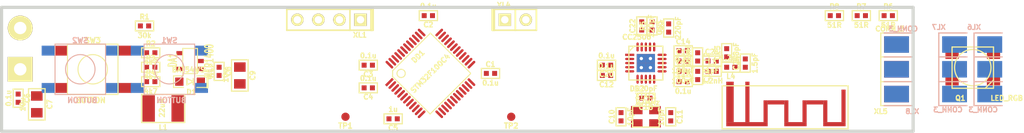
<source format=kicad_pcb>
(kicad_pcb (version 3) (host pcbnew "(2013-07-07 BZR 4022)-stable")

  (general
    (links 144)
    (no_connects 144)
    (area 0 0 0 0)
    (thickness 1.6)
    (drawings 4)
    (tracks 0)
    (zones 0)
    (modules 56)
    (nets 40)
  )

  (page A3)
  (layers
    (15 F.Cu signal)
    (0 B.Cu signal)
    (16 B.Adhes user)
    (17 F.Adhes user)
    (18 B.Paste user)
    (19 F.Paste user)
    (20 B.SilkS user)
    (21 F.SilkS user)
    (22 B.Mask user)
    (23 F.Mask user)
    (24 Dwgs.User user)
    (25 Cmts.User user)
    (26 Eco1.User user)
    (27 Eco2.User user)
    (28 Edge.Cuts user)
  )

  (setup
    (last_trace_width 0.254)
    (trace_clearance 0.254)
    (zone_clearance 0.508)
    (zone_45_only no)
    (trace_min 0.254)
    (segment_width 0.15)
    (edge_width 0.381)
    (via_size 0.889)
    (via_drill 0.635)
    (via_min_size 0.889)
    (via_min_drill 0.508)
    (uvia_size 0.508)
    (uvia_drill 0.127)
    (uvias_allowed no)
    (uvia_min_size 0.508)
    (uvia_min_drill 0.127)
    (pcb_text_width 0.3048)
    (pcb_text_size 1.524 2.032)
    (mod_edge_width 0.15)
    (mod_text_size 1.524 1.524)
    (mod_text_width 0.3048)
    (pad_size 1.6 1.1)
    (pad_drill 0)
    (pad_to_mask_clearance 0.1)
    (aux_axis_origin 0 0)
    (visible_elements FFFFF9BF)
    (pcbplotparams
      (layerselection 3178497)
      (usegerberextensions true)
      (excludeedgelayer true)
      (linewidth 0.150000)
      (plotframeref false)
      (viasonmask false)
      (mode 1)
      (useauxorigin false)
      (hpglpennumber 1)
      (hpglpenspeed 20)
      (hpglpendiameter 15)
      (hpglpenoverlay 2)
      (psnegative false)
      (psa4output false)
      (plotreference true)
      (plotvalue true)
      (plotothertext true)
      (plotinvisibletext false)
      (padsonsilk false)
      (subtractmaskfromsilk false)
      (outputformat 1)
      (mirror false)
      (drillshape 1)
      (scaleselection 1)
      (outputdirectory ""))
  )

  (net 0 "")
  (net 1 +3.3V)
  (net 2 /Ant1)
  (net 3 /Ant2)
  (net 4 /BATT)
  (net 5 /BTN_DOWN)
  (net 6 /BTN_TX)
  (net 7 /BTN_UP)
  (net 8 /CC_CS)
  (net 9 /CC_GDO0)
  (net 10 /CC_MISO)
  (net 11 /CC_MOSI)
  (net 12 /CC_SCK)
  (net 13 /LED_B)
  (net 14 /LED_G)
  (net 15 /LED_R)
  (net 16 /Lout)
  (net 17 /SWCLK)
  (net 18 /SWDIO)
  (net 19 /WKUP)
  (net 20 GND)
  (net 21 N-000001)
  (net 22 N-0000011)
  (net 23 N-000002)
  (net 24 N-0000023)
  (net 25 N-0000024)
  (net 26 N-0000025)
  (net 27 N-0000026)
  (net 28 N-0000027)
  (net 29 N-0000028)
  (net 30 N-0000029)
  (net 31 N-000003)
  (net 32 N-0000030)
  (net 33 N-0000031)
  (net 34 N-0000032)
  (net 35 N-0000033)
  (net 36 N-0000034)
  (net 37 N-0000035)
  (net 38 N-0000036)
  (net 39 N-0000037)

  (net_class Default "This is the default net class."
    (clearance 0.254)
    (trace_width 0.254)
    (via_dia 0.889)
    (via_drill 0.635)
    (uvia_dia 0.508)
    (uvia_drill 0.127)
    (add_net "")
    (add_net +3.3V)
    (add_net /Ant1)
    (add_net /Ant2)
    (add_net /BATT)
    (add_net /BTN_DOWN)
    (add_net /BTN_TX)
    (add_net /BTN_UP)
    (add_net /CC_CS)
    (add_net /CC_GDO0)
    (add_net /CC_MISO)
    (add_net /CC_MOSI)
    (add_net /CC_SCK)
    (add_net /LED_B)
    (add_net /LED_G)
    (add_net /LED_R)
    (add_net /Lout)
    (add_net /SWCLK)
    (add_net /SWDIO)
    (add_net /WKUP)
    (add_net GND)
    (add_net N-000001)
    (add_net N-0000011)
    (add_net N-000002)
    (add_net N-0000023)
    (add_net N-0000024)
    (add_net N-0000025)
    (add_net N-0000026)
    (add_net N-0000027)
    (add_net N-0000028)
    (add_net N-0000029)
    (add_net N-000003)
    (add_net N-0000030)
    (add_net N-0000031)
    (add_net N-0000032)
    (add_net N-0000033)
    (add_net N-0000034)
    (add_net N-0000035)
    (add_net N-0000036)
    (add_net N-0000037)
  )

  (module TESTPOINT_1MM (layer F.Cu) (tedit 4CE9A986) (tstamp 54F5FA67)
    (at 107.5 75.25)
    (path /4E47AFD0)
    (fp_text reference TP2 (at 0 1.09982) (layer F.SilkS)
      (effects (font (size 0.635 0.635) (thickness 0.16002)))
    )
    (fp_text value TESTPOINT (at 0 -0.89916) (layer F.SilkS) hide
      (effects (font (size 0.127 0.127) (thickness 0.00254)))
    )
    (pad 1 smd circle (at 0 0) (size 1.00076 1.524)
      (layers F.Cu F.Paste F.Mask)
      (net 9 /CC_GDO0)
    )
  )

  (module TESTPOINT_1MM (layer F.Cu) (tedit 4CE9A986) (tstamp 54F5FA6C)
    (at 87.5 75.25)
    (path /51E1A697)
    (fp_text reference TP1 (at 0 1.09982) (layer F.SilkS)
      (effects (font (size 0.635 0.635) (thickness 0.16002)))
    )
    (fp_text value TESTPOINT (at 0 -0.89916) (layer F.SilkS) hide
      (effects (font (size 0.127 0.127) (thickness 0.00254)))
    )
    (pad 1 smd circle (at 0 0) (size 1.00076 1.524)
      (layers F.Cu F.Paste F.Mask)
      (net 36 N-0000034)
    )
  )

  (module SOT23-5 (layer F.Cu) (tedit 4FFB44DF) (tstamp 54F5FA79)
    (at 68.75 68.5 90)
    (descr SOT23-5)
    (path /54EA259E)
    (attr smd)
    (fp_text reference DA1 (at 0.09906 -2.10058 90) (layer F.SilkS)
      (effects (font (size 1.00076 0.59944) (thickness 0.14986)))
    )
    (fp_text value NCP1400 (at 0 2.30124 90) (layer F.SilkS)
      (effects (font (size 1.00076 0.59944) (thickness 0.14986)))
    )
    (fp_line (start 1.524 -0.889) (end 1.524 0.889) (layer F.SilkS) (width 0.127))
    (fp_line (start 1.524 0.889) (end -1.524 0.889) (layer F.SilkS) (width 0.127))
    (fp_line (start -1.524 0.889) (end -1.524 -0.889) (layer F.SilkS) (width 0.127))
    (fp_line (start -1.524 -0.889) (end 1.524 -0.889) (layer F.SilkS) (width 0.127))
    (pad 1 smd rect (at -0.9525 1.27 90) (size 0.508 0.762)
      (layers F.Cu F.Paste F.Mask)
      (net 1 +3.3V)
    )
    (pad 3 smd rect (at 0.9525 1.27 90) (size 0.508 0.762)
      (layers F.Cu F.Paste F.Mask)
    )
    (pad 5 smd rect (at -0.9525 -1.27 90) (size 0.508 0.762)
      (layers F.Cu F.Paste F.Mask)
      (net 16 /Lout)
    )
    (pad 2 smd rect (at 0 1.27 90) (size 0.508 0.762)
      (layers F.Cu F.Paste F.Mask)
      (net 1 +3.3V)
    )
    (pad 4 smd rect (at 0.9525 -1.27 90) (size 0.508 0.762)
      (layers F.Cu F.Paste F.Mask)
      (net 20 GND)
    )
    (model 3d\sot23-5.wrl
      (at (xyz 0 0 0))
      (scale (xyz 1 1 1))
      (rotate (xyz 0 0 0))
    )
  )

  (module RES_0402 (layer F.Cu) (tedit 5197CFCF) (tstamp 54F5FA84)
    (at 64 71)
    (path /54EA4822)
    (attr smd)
    (fp_text reference R4 (at 0 -1.1) (layer F.SilkS)
      (effects (font (size 0.59944 0.59944) (thickness 0.14986)))
    )
    (fp_text value 4k7 (at 0 1.15) (layer F.SilkS)
      (effects (font (size 0.59944 0.59944) (thickness 0.14986)))
    )
    (fp_line (start 0 -0.6) (end 1.1 -0.6) (layer F.SilkS) (width 0.15))
    (fp_line (start 1.1 -0.6) (end 1.1 0.6) (layer F.SilkS) (width 0.15))
    (fp_line (start 1.1 0.6) (end -1.1 0.6) (layer F.SilkS) (width 0.15))
    (fp_line (start -1.1 0.6) (end -1.1 -0.6) (layer F.SilkS) (width 0.15))
    (fp_line (start -1.1 -0.6) (end 0 -0.6) (layer F.SilkS) (width 0.15))
    (pad 1 smd rect (at -0.5 0) (size 0.6 0.6)
      (layers F.Cu F.Paste F.Mask)
      (net 6 /BTN_TX)
    )
    (pad 2 smd rect (at 0.5 0) (size 0.6 0.6)
      (layers F.Cu F.Paste F.Mask)
      (net 1 +3.3V)
    )
    (model 3d\r_0402.wrl
      (at (xyz 0 0 0))
      (scale (xyz 1 1 1))
      (rotate (xyz 0 0 0))
    )
  )

  (module RES_0402 (layer F.Cu) (tedit 5197CFCF) (tstamp 54F5FA8F)
    (at 64 69.25)
    (path /54EA4490)
    (attr smd)
    (fp_text reference R3 (at 0 -1.1) (layer F.SilkS)
      (effects (font (size 0.59944 0.59944) (thickness 0.14986)))
    )
    (fp_text value 4k7 (at 0 1.15) (layer F.SilkS)
      (effects (font (size 0.59944 0.59944) (thickness 0.14986)))
    )
    (fp_line (start 0 -0.6) (end 1.1 -0.6) (layer F.SilkS) (width 0.15))
    (fp_line (start 1.1 -0.6) (end 1.1 0.6) (layer F.SilkS) (width 0.15))
    (fp_line (start 1.1 0.6) (end -1.1 0.6) (layer F.SilkS) (width 0.15))
    (fp_line (start -1.1 0.6) (end -1.1 -0.6) (layer F.SilkS) (width 0.15))
    (fp_line (start -1.1 -0.6) (end 0 -0.6) (layer F.SilkS) (width 0.15))
    (pad 1 smd rect (at -0.5 0) (size 0.6 0.6)
      (layers F.Cu F.Paste F.Mask)
      (net 5 /BTN_DOWN)
    )
    (pad 2 smd rect (at 0.5 0) (size 0.6 0.6)
      (layers F.Cu F.Paste F.Mask)
      (net 1 +3.3V)
    )
    (model 3d\r_0402.wrl
      (at (xyz 0 0 0))
      (scale (xyz 1 1 1))
      (rotate (xyz 0 0 0))
    )
  )

  (module RES_0402 (layer F.Cu) (tedit 5197CFCF) (tstamp 54F5FA9A)
    (at 64 67.5)
    (path /54EA4103)
    (attr smd)
    (fp_text reference R2 (at 0 -1.1) (layer F.SilkS)
      (effects (font (size 0.59944 0.59944) (thickness 0.14986)))
    )
    (fp_text value 4k7 (at 0 1.15) (layer F.SilkS)
      (effects (font (size 0.59944 0.59944) (thickness 0.14986)))
    )
    (fp_line (start 0 -0.6) (end 1.1 -0.6) (layer F.SilkS) (width 0.15))
    (fp_line (start 1.1 -0.6) (end 1.1 0.6) (layer F.SilkS) (width 0.15))
    (fp_line (start 1.1 0.6) (end -1.1 0.6) (layer F.SilkS) (width 0.15))
    (fp_line (start -1.1 0.6) (end -1.1 -0.6) (layer F.SilkS) (width 0.15))
    (fp_line (start -1.1 -0.6) (end 0 -0.6) (layer F.SilkS) (width 0.15))
    (pad 1 smd rect (at -0.5 0) (size 0.6 0.6)
      (layers F.Cu F.Paste F.Mask)
      (net 7 /BTN_UP)
    )
    (pad 2 smd rect (at 0.5 0) (size 0.6 0.6)
      (layers F.Cu F.Paste F.Mask)
      (net 1 +3.3V)
    )
    (model 3d\r_0402.wrl
      (at (xyz 0 0 0))
      (scale (xyz 1 1 1))
      (rotate (xyz 0 0 0))
    )
  )

  (module RES_0402 (layer F.Cu) (tedit 5197CFCF) (tstamp 54F5FAA5)
    (at 63.25 64.25)
    (path /54EA39C9)
    (attr smd)
    (fp_text reference R1 (at 0 -1.1) (layer F.SilkS)
      (effects (font (size 0.59944 0.59944) (thickness 0.14986)))
    )
    (fp_text value 30k (at 0 1.15) (layer F.SilkS)
      (effects (font (size 0.59944 0.59944) (thickness 0.14986)))
    )
    (fp_line (start 0 -0.6) (end 1.1 -0.6) (layer F.SilkS) (width 0.15))
    (fp_line (start 1.1 -0.6) (end 1.1 0.6) (layer F.SilkS) (width 0.15))
    (fp_line (start 1.1 0.6) (end -1.1 0.6) (layer F.SilkS) (width 0.15))
    (fp_line (start -1.1 0.6) (end -1.1 -0.6) (layer F.SilkS) (width 0.15))
    (fp_line (start -1.1 -0.6) (end 0 -0.6) (layer F.SilkS) (width 0.15))
    (pad 1 smd rect (at -0.5 0) (size 0.6 0.6)
      (layers F.Cu F.Paste F.Mask)
      (net 19 /WKUP)
    )
    (pad 2 smd rect (at 0.5 0) (size 0.6 0.6)
      (layers F.Cu F.Paste F.Mask)
      (net 20 GND)
    )
    (model 3d\r_0402.wrl
      (at (xyz 0 0 0))
      (scale (xyz 1 1 1))
      (rotate (xyz 0 0 0))
    )
  )

  (module RES_0402 (layer F.Cu) (tedit 5197CFCF) (tstamp 54F5FAB0)
    (at 153 63)
    (path /51E1521F)
    (attr smd)
    (fp_text reference R6 (at 0 -1.1) (layer F.SilkS)
      (effects (font (size 0.59944 0.59944) (thickness 0.14986)))
    )
    (fp_text value 51R (at 0 1.15) (layer F.SilkS)
      (effects (font (size 0.59944 0.59944) (thickness 0.14986)))
    )
    (fp_line (start 0 -0.6) (end 1.1 -0.6) (layer F.SilkS) (width 0.15))
    (fp_line (start 1.1 -0.6) (end 1.1 0.6) (layer F.SilkS) (width 0.15))
    (fp_line (start 1.1 0.6) (end -1.1 0.6) (layer F.SilkS) (width 0.15))
    (fp_line (start -1.1 0.6) (end -1.1 -0.6) (layer F.SilkS) (width 0.15))
    (fp_line (start -1.1 -0.6) (end 0 -0.6) (layer F.SilkS) (width 0.15))
    (pad 1 smd rect (at -0.5 0) (size 0.6 0.6)
      (layers F.Cu F.Paste F.Mask)
      (net 15 /LED_R)
    )
    (pad 2 smd rect (at 0.5 0) (size 0.6 0.6)
      (layers F.Cu F.Paste F.Mask)
      (net 30 N-0000029)
    )
    (model 3d\r_0402.wrl
      (at (xyz 0 0 0))
      (scale (xyz 1 1 1))
      (rotate (xyz 0 0 0))
    )
  )

  (module RES_0402 (layer F.Cu) (tedit 5197CFCF) (tstamp 54F5FABB)
    (at 146.5 63)
    (path /51E15210)
    (attr smd)
    (fp_text reference R8 (at 0 -1.1) (layer F.SilkS)
      (effects (font (size 0.59944 0.59944) (thickness 0.14986)))
    )
    (fp_text value 51R (at 0 1.15) (layer F.SilkS)
      (effects (font (size 0.59944 0.59944) (thickness 0.14986)))
    )
    (fp_line (start 0 -0.6) (end 1.1 -0.6) (layer F.SilkS) (width 0.15))
    (fp_line (start 1.1 -0.6) (end 1.1 0.6) (layer F.SilkS) (width 0.15))
    (fp_line (start 1.1 0.6) (end -1.1 0.6) (layer F.SilkS) (width 0.15))
    (fp_line (start -1.1 0.6) (end -1.1 -0.6) (layer F.SilkS) (width 0.15))
    (fp_line (start -1.1 -0.6) (end 0 -0.6) (layer F.SilkS) (width 0.15))
    (pad 1 smd rect (at -0.5 0) (size 0.6 0.6)
      (layers F.Cu F.Paste F.Mask)
      (net 13 /LED_B)
    )
    (pad 2 smd rect (at 0.5 0) (size 0.6 0.6)
      (layers F.Cu F.Paste F.Mask)
      (net 32 N-0000030)
    )
    (model 3d\r_0402.wrl
      (at (xyz 0 0 0))
      (scale (xyz 1 1 1))
      (rotate (xyz 0 0 0))
    )
  )

  (module RES_0402 (layer F.Cu) (tedit 5197CFCF) (tstamp 54F5FAC6)
    (at 149.75 63)
    (path /51E15201)
    (attr smd)
    (fp_text reference R7 (at 0 -1.1) (layer F.SilkS)
      (effects (font (size 0.59944 0.59944) (thickness 0.14986)))
    )
    (fp_text value 51R (at 0 1.15) (layer F.SilkS)
      (effects (font (size 0.59944 0.59944) (thickness 0.14986)))
    )
    (fp_line (start 0 -0.6) (end 1.1 -0.6) (layer F.SilkS) (width 0.15))
    (fp_line (start 1.1 -0.6) (end 1.1 0.6) (layer F.SilkS) (width 0.15))
    (fp_line (start 1.1 0.6) (end -1.1 0.6) (layer F.SilkS) (width 0.15))
    (fp_line (start -1.1 0.6) (end -1.1 -0.6) (layer F.SilkS) (width 0.15))
    (fp_line (start -1.1 -0.6) (end 0 -0.6) (layer F.SilkS) (width 0.15))
    (pad 1 smd rect (at -0.5 0) (size 0.6 0.6)
      (layers F.Cu F.Paste F.Mask)
      (net 14 /LED_G)
    )
    (pad 2 smd rect (at 0.5 0) (size 0.6 0.6)
      (layers F.Cu F.Paste F.Mask)
      (net 29 N-0000028)
    )
    (model 3d\r_0402.wrl
      (at (xyz 0 0 0))
      (scale (xyz 1 1 1))
      (rotate (xyz 0 0 0))
    )
  )

  (module RES_0402 (layer F.Cu) (tedit 5197CFCF) (tstamp 54F5FAD1)
    (at 124.5 64.25 90)
    (path /4BE7D9B0)
    (attr smd)
    (fp_text reference R5 (at 0 -1.1 90) (layer F.SilkS)
      (effects (font (size 0.59944 0.59944) (thickness 0.14986)))
    )
    (fp_text value 56k (at 0 1.15 90) (layer F.SilkS)
      (effects (font (size 0.59944 0.59944) (thickness 0.14986)))
    )
    (fp_line (start 0 -0.6) (end 1.1 -0.6) (layer F.SilkS) (width 0.15))
    (fp_line (start 1.1 -0.6) (end 1.1 0.6) (layer F.SilkS) (width 0.15))
    (fp_line (start 1.1 0.6) (end -1.1 0.6) (layer F.SilkS) (width 0.15))
    (fp_line (start -1.1 0.6) (end -1.1 -0.6) (layer F.SilkS) (width 0.15))
    (fp_line (start -1.1 -0.6) (end 0 -0.6) (layer F.SilkS) (width 0.15))
    (pad 1 smd rect (at -0.5 0 90) (size 0.6 0.6)
      (layers F.Cu F.Paste F.Mask)
      (net 23 N-000002)
    )
    (pad 2 smd rect (at 0.5 0 90) (size 0.6 0.6)
      (layers F.Cu F.Paste F.Mask)
      (net 20 GND)
    )
    (model 3d\r_0402.wrl
      (at (xyz 0 0 0))
      (scale (xyz 1 1 1))
      (rotate (xyz 0 0 0))
    )
  )

  (module QFN20 (layer F.Cu) (tedit 51A05F1F) (tstamp 54F5FAF2)
    (at 123.75 68.75)
    (path /4BE7D8B1)
    (fp_text reference DD2 (at -1.04902 3.0988) (layer F.SilkS)
      (effects (font (size 0.6 0.6) (thickness 0.15)))
    )
    (fp_text value CC2500 (at -1.09982 -3.1496) (layer F.SilkS)
      (effects (font (size 0.6 0.6) (thickness 0.15)))
    )
    (fp_line (start -2.04978 -1.39954) (end -1.39954 -2.04978) (layer F.SilkS) (width 0.15))
    (fp_line (start -2.04978 -2.04978) (end 2.04978 -2.04978) (layer F.SilkS) (width 0.15))
    (fp_line (start 2.04978 -2.04978) (end 2.04978 2.04978) (layer F.SilkS) (width 0.15))
    (fp_line (start 2.04978 2.04978) (end -2.04978 2.04978) (layer F.SilkS) (width 0.15))
    (fp_line (start -2.04978 2.04978) (end -2.04978 -2.04978) (layer F.SilkS) (width 0.15))
    (pad 1 smd rect (at -1.95 -1) (size 1.1 0.28)
      (layers F.Cu F.Paste F.Mask)
      (net 12 /CC_SCK)
    )
    (pad 2 smd oval (at -1.95 -0.5) (size 1.1 0.28)
      (layers F.Cu F.Paste F.Mask)
      (net 10 /CC_MISO)
    )
    (pad 3 smd oval (at -1.95 0) (size 1.1 0.28)
      (layers F.Cu F.Paste F.Mask)
    )
    (pad 4 smd oval (at -1.95 0.5) (size 1.1 0.28)
      (layers F.Cu F.Paste F.Mask)
      (net 1 +3.3V)
    )
    (pad 5 smd oval (at -1.95 1) (size 1.1 0.28)
      (layers F.Cu F.Paste F.Mask)
      (net 21 N-000001)
    )
    (pad 6 smd oval (at -1 1.95 90) (size 1.1 0.28)
      (layers F.Cu F.Paste F.Mask)
      (net 9 /CC_GDO0)
    )
    (pad 7 smd oval (at -0.5 1.95 90) (size 1.1 0.28)
      (layers F.Cu F.Paste F.Mask)
      (net 8 /CC_CS)
    )
    (pad 8 smd oval (at 0 1.95 90) (size 1.1 0.28)
      (layers F.Cu F.Paste F.Mask)
      (net 39 N-0000037)
    )
    (pad 9 smd oval (at 0.5 1.95 90) (size 1.1 0.28)
      (layers F.Cu F.Paste F.Mask)
      (net 1 +3.3V)
    )
    (pad 10 smd oval (at 1 1.95 90) (size 1.1 0.28)
      (layers F.Cu F.Paste F.Mask)
      (net 38 N-0000036)
    )
    (pad 11 smd oval (at 1.95 1 180) (size 1.1 0.28)
      (layers F.Cu F.Paste F.Mask)
      (net 1 +3.3V)
    )
    (pad 12 smd oval (at 1.95 0.5 180) (size 1.1 0.28)
      (layers F.Cu F.Paste F.Mask)
      (net 2 /Ant1)
    )
    (pad 13 smd oval (at 1.95 0 180) (size 1.1 0.28)
      (layers F.Cu F.Paste F.Mask)
      (net 3 /Ant2)
    )
    (pad 14 smd oval (at 1.95 -0.5 180) (size 1.1 0.28)
      (layers F.Cu F.Paste F.Mask)
      (net 1 +3.3V)
    )
    (pad 15 smd oval (at 1.95 -1 180) (size 1.1 0.28)
      (layers F.Cu F.Paste F.Mask)
      (net 1 +3.3V)
    )
    (pad 16 smd oval (at 1 -1.95 90) (size 1.1 0.28)
      (layers F.Cu F.Paste F.Mask)
      (net 20 GND)
    )
    (pad 17 smd oval (at 0.5 -1.95 90) (size 1.1 0.28)
      (layers F.Cu F.Paste F.Mask)
      (net 23 N-000002)
    )
    (pad 18 smd oval (at 0 -1.95 90) (size 1.1 0.28)
      (layers F.Cu F.Paste F.Mask)
      (net 1 +3.3V)
    )
    (pad 19 smd oval (at -0.5 -1.95 90) (size 1.1 0.28)
      (layers F.Cu F.Paste F.Mask)
      (net 20 GND)
    )
    (pad 20 smd oval (at -1 -1.95 90) (size 1.1 0.28)
      (layers F.Cu F.Paste F.Mask)
      (net 11 /CC_MOSI)
    )
    (pad PAD thru_hole rect (at -0.55 -0.55) (size 1.1 1.1) (drill 0.4)
      (layers *.Cu F.Mask)
      (net 20 GND)
    )
    (pad PAD thru_hole rect (at 0.55 -0.55) (size 1.1 1.1) (drill 0.4)
      (layers *.Cu F.Mask)
      (net 20 GND)
    )
    (pad PAD thru_hole rect (at -0.55 0.55) (size 1.1 1.1) (drill 0.4)
      (layers *.Cu F.Mask)
      (net 20 GND)
    )
    (pad PAD thru_hole rect (at 0.55 0.55) (size 1.1 1.1) (drill 0.4)
      (layers *.Cu F.Mask)
      (net 20 GND)
    )
    (model 3d\qfn20.wrl
      (at (xyz 0 0 0))
      (scale (xyz 1 1 1))
      (rotate (xyz 0 0 90))
    )
  )

  (module LQFP48 (layer F.Cu) (tedit 54F63304) (tstamp 54F5FB2C)
    (at 97.75 70 45)
    (path /51E1945E)
    (fp_text reference DD1 (at 0.39878 -2.49936 45) (layer F.SilkS)
      (effects (font (size 0.59944 0.59944) (thickness 0.14986)))
    )
    (fp_text value STM32F100C4 (at 0 0 45) (layer F.SilkS)
      (effects (font (size 0.59944 0.59944) (thickness 0.14986)))
    )
    (fp_line (start 3.39852 3.44932) (end -3.50012 3.44932) (layer F.SilkS) (width 0.127))
    (fp_line (start -3.50012 3.44932) (end -3.50012 -2.99974) (layer F.SilkS) (width 0.127))
    (fp_line (start -3.44932 -2.99974) (end -2.99974 -3.44932) (layer F.SilkS) (width 0.127))
    (fp_line (start -2.99974 -3.44932) (end 3.44932 -3.44932) (layer F.SilkS) (width 0.127))
    (fp_line (start 3.44932 -3.44932) (end 3.44932 3.40106) (layer F.SilkS) (width 0.127))
    (fp_circle (center -2.49936 -2.49936) (end -1.99898 -2.49936) (layer F.SilkS) (width 0.127))
    (pad 1 smd rect (at -4.24942 -2.75082 45) (size 1.19888 0.29972)
      (layers F.Cu F.Paste F.Mask)
      (net 1 +3.3V)
    )
    (pad 2 smd oval (at -4.24942 -2.25298 45) (size 1.19888 0.29972)
      (layers F.Cu F.Paste F.Mask)
    )
    (pad 3 smd oval (at -4.24942 -1.7526 45) (size 1.19888 0.29972)
      (layers F.Cu F.Paste F.Mask)
    )
    (pad 4 smd oval (at -4.24942 -1.25222 45) (size 1.19888 0.29972)
      (layers F.Cu F.Paste F.Mask)
    )
    (pad 5 smd oval (at -4.24942 -0.75184 45) (size 1.19888 0.29972)
      (layers F.Cu F.Paste F.Mask)
    )
    (pad 6 smd oval (at -4.24942 -0.25146 45) (size 1.19888 0.29972)
      (layers F.Cu F.Paste F.Mask)
    )
    (pad 7 smd oval (at -4.24942 0.24892 45) (size 1.19888 0.29972)
      (layers F.Cu F.Paste F.Mask)
      (net 36 N-0000034)
    )
    (pad 8 smd oval (at -4.24942 0.7493 45) (size 1.19888 0.29972)
      (layers F.Cu F.Paste F.Mask)
      (net 20 GND)
    )
    (pad 9 smd oval (at -4.24942 1.24714 45) (size 1.19888 0.29972)
      (layers F.Cu F.Paste F.Mask)
      (net 1 +3.3V)
    )
    (pad 10 smd oval (at -4.24942 1.74752 45) (size 1.19888 0.29972)
      (layers F.Cu F.Paste F.Mask)
      (net 19 /WKUP)
    )
    (pad 11 smd oval (at -4.24942 2.2479 45) (size 1.19888 0.29972)
      (layers F.Cu F.Paste F.Mask)
      (net 6 /BTN_TX)
    )
    (pad 12 smd oval (at -4.25196 2.74828 45) (size 1.19888 0.29972)
      (layers F.Cu F.Paste F.Mask)
    )
    (pad 13 smd oval (at -2.74574 4.24942 135) (size 1.19888 0.29972)
      (layers F.Cu F.Paste F.Mask)
      (net 8 /CC_CS)
    )
    (pad 14 smd oval (at -2.2479 4.24942 135) (size 1.19888 0.29972)
      (layers F.Cu F.Paste F.Mask)
      (net 9 /CC_GDO0)
    )
    (pad 15 smd oval (at -1.74752 4.24942 135) (size 1.19888 0.29972)
      (layers F.Cu F.Paste F.Mask)
      (net 12 /CC_SCK)
    )
    (pad 16 smd oval (at -1.24714 4.24942 135) (size 1.19888 0.29972)
      (layers F.Cu F.Paste F.Mask)
      (net 10 /CC_MISO)
    )
    (pad 17 smd oval (at -0.74676 4.24942 135) (size 1.19888 0.29972)
      (layers F.Cu F.Paste F.Mask)
      (net 11 /CC_MOSI)
    )
    (pad 18 smd oval (at -0.24638 4.24942 135) (size 1.19888 0.29972)
      (layers F.Cu F.Paste F.Mask)
      (net 15 /LED_R)
    )
    (pad 19 smd oval (at 0.254 4.24942 135) (size 1.19888 0.29972)
      (layers F.Cu F.Paste F.Mask)
      (net 14 /LED_G)
    )
    (pad 20 smd oval (at 0.75184 4.24942 135) (size 1.19888 0.29972)
      (layers F.Cu F.Paste F.Mask)
    )
    (pad 21 smd oval (at 1.25222 4.24942 135) (size 1.19888 0.29972)
      (layers F.Cu F.Paste F.Mask)
    )
    (pad 22 smd oval (at 1.7526 4.24942 135) (size 1.19888 0.29972)
      (layers F.Cu F.Paste F.Mask)
    )
    (pad 23 smd oval (at 2.25044 4.24942 135) (size 1.19888 0.29972)
      (layers F.Cu F.Paste F.Mask)
      (net 20 GND)
    )
    (pad 24 smd oval (at 2.75082 4.24942 135) (size 1.19888 0.29972)
      (layers F.Cu F.Paste F.Mask)
      (net 1 +3.3V)
    )
    (pad 25 smd oval (at 4.25196 2.75082 45) (size 1.19888 0.29972)
      (layers F.Cu F.Paste F.Mask)
    )
    (pad 26 smd oval (at 4.25196 2.25044 45) (size 1.19888 0.29972)
      (layers F.Cu F.Paste F.Mask)
    )
    (pad 27 smd oval (at 4.25196 1.75006 45) (size 1.19888 0.29972)
      (layers F.Cu F.Paste F.Mask)
    )
    (pad 28 smd oval (at 4.25196 1.24968 45) (size 1.19888 0.29972)
      (layers F.Cu F.Paste F.Mask)
    )
    (pad 29 smd oval (at 4.25196 0.7493 45) (size 1.19888 0.29972)
      (layers F.Cu F.Paste F.Mask)
    )
    (pad 30 smd oval (at 4.25196 0.24892 45) (size 1.19888 0.29972)
      (layers F.Cu F.Paste F.Mask)
      (net 31 N-000003)
    )
    (pad 31 smd oval (at 4.25196 -0.25146 45) (size 1.19888 0.29972)
      (layers F.Cu F.Paste F.Mask)
    )
    (pad 32 smd oval (at 4.25196 -0.7493 45) (size 1.19888 0.29972)
      (layers F.Cu F.Paste F.Mask)
    )
    (pad 33 smd oval (at 4.25196 -1.24968 45) (size 1.19888 0.29972)
      (layers F.Cu F.Paste F.Mask)
    )
    (pad 34 smd oval (at 4.25196 -1.75006 45) (size 1.19888 0.29972)
      (layers F.Cu F.Paste F.Mask)
      (net 18 /SWDIO)
    )
    (pad 35 smd oval (at 4.25196 -2.25044 45) (size 1.19888 0.29972)
      (layers F.Cu F.Paste F.Mask)
      (net 20 GND)
    )
    (pad 36 smd oval (at 4.25196 -2.75082 45) (size 1.19888 0.29972)
      (layers F.Cu F.Paste F.Mask)
      (net 1 +3.3V)
    )
    (pad 37 smd oval (at 2.75082 -4.24942 135) (size 1.19888 0.29972)
      (layers F.Cu F.Paste F.Mask)
      (net 17 /SWCLK)
    )
    (pad 38 smd oval (at 2.25044 -4.24942 135) (size 1.19888 0.29972)
      (layers F.Cu F.Paste F.Mask)
    )
    (pad 39 smd oval (at 1.75006 -4.24942 135) (size 1.19888 0.29972)
      (layers F.Cu F.Paste F.Mask)
    )
    (pad 40 smd oval (at 1.24968 -4.24942 135) (size 1.19888 0.29972)
      (layers F.Cu F.Paste F.Mask)
      (net 13 /LED_B)
    )
    (pad 41 smd oval (at 0.7493 -4.24942 135) (size 1.19888 0.29972)
      (layers F.Cu F.Paste F.Mask)
    )
    (pad 42 smd oval (at 0.24892 -4.24942 135) (size 1.19888 0.29972)
      (layers F.Cu F.Paste F.Mask)
      (net 7 /BTN_UP)
    )
    (pad 43 smd oval (at -0.24892 -4.24942 135) (size 1.19888 0.29972)
      (layers F.Cu F.Paste F.Mask)
      (net 5 /BTN_DOWN)
    )
    (pad 44 smd oval (at -0.7493 -4.24942 135) (size 1.19888 0.29972)
      (layers F.Cu F.Paste F.Mask)
      (net 20 GND)
    )
    (pad 45 smd oval (at -1.24968 -4.24942 135) (size 1.19888 0.29972)
      (layers F.Cu F.Paste F.Mask)
    )
    (pad 46 smd oval (at -1.75006 -4.24942 135) (size 1.19888 0.29972)
      (layers F.Cu F.Paste F.Mask)
    )
    (pad 47 smd oval (at -2.25044 -4.24942 135) (size 1.19888 0.29972)
      (layers F.Cu F.Paste F.Mask)
      (net 20 GND)
    )
    (pad 48 smd oval (at -2.75082 -4.24942 135) (size 1.19888 0.29972)
      (layers F.Cu F.Paste F.Mask)
      (net 1 +3.3V)
    )
    (model 3d\lqfp-48.wrl
      (at (xyz 0 0 0))
      (scale (xyz 1 1 1))
      (rotate (xyz 0 0 90))
    )
  )

  (module LED_HH5050_RGB (layer F.Cu) (tedit 532EDCCC) (tstamp 54F5FB3C)
    (at 163.2 69.3 180)
    (path /51E14C2F)
    (fp_text reference Q1 (at 1.50114 -3.70078 180) (layer F.SilkS)
      (effects (font (size 0.59944 0.59944) (thickness 0.14986)))
    )
    (fp_text value LED_RGB (at -4.09956 -3.70078 180) (layer F.SilkS)
      (effects (font (size 0.59944 0.59944) (thickness 0.14986)))
    )
    (fp_line (start -2.5 -1.5) (end -1.5 -2.5) (layer F.SilkS) (width 0.15))
    (fp_circle (center 0 0) (end 0 2.19964) (layer F.SilkS) (width 0.14986))
    (fp_line (start 2.49936 -2.49936) (end 2.49936 2.49936) (layer F.SilkS) (width 0.14986))
    (fp_line (start 2.49936 2.49936) (end -2.49936 2.49936) (layer F.SilkS) (width 0.14986))
    (fp_line (start -2.49936 2.49936) (end -2.49936 -2.49936) (layer F.SilkS) (width 0.14986))
    (fp_line (start -2.49936 -2.49936) (end 2.49936 -2.49936) (layer F.SilkS) (width 0.14986))
    (pad GC smd rect (at 2.5 -1.6 180) (size 1.6 1.1)
      (layers F.Cu F.Paste F.Mask)
      (net 33 N-0000031)
    )
    (pad RC smd rect (at 2.5 0 180) (size 1.6 1.1)
      (layers F.Cu F.Paste F.Mask)
      (net 25 N-0000024)
    )
    (pad BC smd rect (at 2.5 1.6 180) (size 1.6 1.1)
      (layers F.Cu F.Paste F.Mask)
      (net 26 N-0000025)
    )
    (pad GA smd rect (at -2.5 -1.6 180) (size 1.6 1.1)
      (layers F.Cu F.Paste F.Mask)
      (net 27 N-0000026)
    )
    (pad RA smd rect (at -2.5 0 180) (size 1.6 1.1)
      (layers F.Cu F.Paste F.Mask)
      (net 28 N-0000027)
    )
    (pad BA smd rect (at -2.5 1.6 180) (size 1.6 1.1)
      (layers F.Cu F.Paste F.Mask)
      (net 24 N-0000023)
    )
  )

  (module IND_1812 (layer F.Cu) (tedit 5002643E) (tstamp 54F5FB46)
    (at 65.5 74.25 180)
    (path /54EA25AD)
    (fp_text reference L1 (at 0 -2.30124 180) (layer F.SilkS)
      (effects (font (size 0.59944 0.59944) (thickness 0.14986)))
    )
    (fp_text value 22uH (at 0.12954 0.07874 270) (layer F.SilkS)
      (effects (font (size 0.59944 0.59944) (thickness 0.14986)))
    )
    (fp_line (start -2.60096 -1.69926) (end 2.60096 -1.69926) (layer F.SilkS) (width 0.14986))
    (fp_line (start 2.60096 -1.69926) (end 2.60096 1.69926) (layer F.SilkS) (width 0.14986))
    (fp_line (start 2.60096 1.69926) (end -2.60096 1.69926) (layer F.SilkS) (width 0.14986))
    (fp_line (start -2.60096 1.69926) (end -2.60096 -1.69926) (layer F.SilkS) (width 0.14986))
    (pad 1 smd rect (at -1.75006 0 180) (size 1.50114 3.2004)
      (layers F.Cu F.Paste F.Mask)
      (net 16 /Lout)
    )
    (pad 2 smd rect (at 1.75006 0 180) (size 1.50114 3.2004)
      (layers F.Cu F.Paste F.Mask)
      (net 4 /BATT)
    )
    (model 3d\c_1812.wrl
      (at (xyz 0 0 0))
      (scale (xyz 1 1 1))
      (rotate (xyz 0 0 0))
    )
  )

  (module IND_0402 (layer F.Cu) (tedit 5197CF07) (tstamp 54F5FB51)
    (at 131.75 69.75)
    (path /51E1A976)
    (attr smd)
    (fp_text reference L3 (at 0 -1.1) (layer F.SilkS)
      (effects (font (size 0.6 0.6) (thickness 0.15)))
    )
    (fp_text value 1.2nH (at 0 1.15) (layer F.SilkS)
      (effects (font (size 0.6 0.6) (thickness 0.15)))
    )
    (fp_line (start 0 -0.6) (end 1.1 -0.6) (layer F.SilkS) (width 0.15))
    (fp_line (start 1.1 -0.6) (end 1.1 0.6) (layer F.SilkS) (width 0.15))
    (fp_line (start 1.1 0.6) (end -1.1 0.6) (layer F.SilkS) (width 0.15))
    (fp_line (start -1.1 0.6) (end -1.1 -0.6) (layer F.SilkS) (width 0.15))
    (fp_line (start -1.1 -0.6) (end 0 -0.6) (layer F.SilkS) (width 0.15))
    (pad 1 smd rect (at -0.5 0) (size 0.6 0.6)
      (layers F.Cu F.Paste F.Mask)
      (net 22 N-0000011)
    )
    (pad 2 smd rect (at 0.5 0) (size 0.6 0.6)
      (layers F.Cu F.Paste F.Mask)
      (net 34 N-0000032)
    )
    (model 3d\r_0402.wrl
      (at (xyz 0 0 0))
      (scale (xyz 1 1 1))
      (rotate (xyz 0 0 0))
    )
  )

  (module IND_0402 (layer F.Cu) (tedit 5197CF07) (tstamp 54F5FB5C)
    (at 130 68 270)
    (path /51E1A94D)
    (attr smd)
    (fp_text reference L2 (at 0 -1.1 270) (layer F.SilkS)
      (effects (font (size 0.6 0.6) (thickness 0.15)))
    )
    (fp_text value 1.2nH (at 0 1.15 270) (layer F.SilkS)
      (effects (font (size 0.6 0.6) (thickness 0.15)))
    )
    (fp_line (start 0 -0.6) (end 1.1 -0.6) (layer F.SilkS) (width 0.15))
    (fp_line (start 1.1 -0.6) (end 1.1 0.6) (layer F.SilkS) (width 0.15))
    (fp_line (start 1.1 0.6) (end -1.1 0.6) (layer F.SilkS) (width 0.15))
    (fp_line (start -1.1 0.6) (end -1.1 -0.6) (layer F.SilkS) (width 0.15))
    (fp_line (start -1.1 -0.6) (end 0 -0.6) (layer F.SilkS) (width 0.15))
    (pad 1 smd rect (at -0.5 0 270) (size 0.6 0.6)
      (layers F.Cu F.Paste F.Mask)
      (net 20 GND)
    )
    (pad 2 smd rect (at 0.5 0 270) (size 0.6 0.6)
      (layers F.Cu F.Paste F.Mask)
      (net 35 N-0000033)
    )
    (model 3d\r_0402.wrl
      (at (xyz 0 0 0))
      (scale (xyz 1 1 1))
      (rotate (xyz 0 0 0))
    )
  )

  (module IND_0402 (layer F.Cu) (tedit 5197CF07) (tstamp 54F5FB67)
    (at 134 69.25 180)
    (path /51E1B0D0)
    (attr smd)
    (fp_text reference L4 (at 0 -1.1 180) (layer F.SilkS)
      (effects (font (size 0.6 0.6) (thickness 0.15)))
    )
    (fp_text value 1.2nH (at 0 1.15 180) (layer F.SilkS)
      (effects (font (size 0.6 0.6) (thickness 0.15)))
    )
    (fp_line (start 0 -0.6) (end 1.1 -0.6) (layer F.SilkS) (width 0.15))
    (fp_line (start 1.1 -0.6) (end 1.1 0.6) (layer F.SilkS) (width 0.15))
    (fp_line (start 1.1 0.6) (end -1.1 0.6) (layer F.SilkS) (width 0.15))
    (fp_line (start -1.1 0.6) (end -1.1 -0.6) (layer F.SilkS) (width 0.15))
    (fp_line (start -1.1 -0.6) (end 0 -0.6) (layer F.SilkS) (width 0.15))
    (pad 1 smd rect (at -0.5 0 180) (size 0.6 0.6)
      (layers F.Cu F.Paste F.Mask)
      (net 37 N-0000035)
    )
    (pad 2 smd rect (at 0.5 0 180) (size 0.6 0.6)
      (layers F.Cu F.Paste F.Mask)
      (net 22 N-0000011)
    )
    (model 3d\r_0402.wrl
      (at (xyz 0 0 0))
      (scale (xyz 1 1 1))
      (rotate (xyz 0 0 0))
    )
  )

  (module DIODE_SOD323 (layer F.Cu) (tedit 5047C55B) (tstamp 54F5FB7A)
    (at 68.75 71 180)
    (path /54EA2E1C)
    (attr smd)
    (fp_text reference D1 (at -0.14986 -1.24968 180) (layer F.SilkS)
      (effects (font (size 0.59944 0.59944) (thickness 0.14986)))
    )
    (fp_text value BAT54WS (at 0.20066 1.45034 180) (layer F.SilkS)
      (effects (font (size 0.59944 0.59944) (thickness 0.14986)))
    )
    (fp_line (start -0.381 0.381) (end -0.381 -0.381) (layer F.SilkS) (width 0.14986))
    (fp_line (start 0.381 0) (end 0.381 -0.381) (layer F.SilkS) (width 0.14986))
    (fp_line (start 0.381 -0.381) (end -0.381 0) (layer F.SilkS) (width 0.14986))
    (fp_line (start -0.381 0) (end 0.381 0.381) (layer F.SilkS) (width 0.14986))
    (fp_line (start 0.381 0.381) (end 0.381 0) (layer F.SilkS) (width 0.14986))
    (fp_line (start -1.99898 -0.70104) (end -2.10058 -0.70104) (layer F.SilkS) (width 0.127))
    (fp_line (start -2.10058 -0.70104) (end -2.10058 0.70104) (layer F.SilkS) (width 0.254))
    (fp_line (start -2.10058 0.70104) (end -1.99898 0.70104) (layer F.SilkS) (width 0.127))
    (fp_line (start -0.8001 -0.70104) (end -1.99898 -0.70104) (layer F.SilkS) (width 0.127))
    (fp_line (start -1.99898 0.70104) (end -0.8001 0.70104) (layer F.SilkS) (width 0.127))
    (fp_line (start 0.8001 -0.70104) (end 1.99898 -0.70104) (layer F.SilkS) (width 0.127))
    (fp_line (start 1.99898 -0.70104) (end 1.99898 0.70104) (layer F.SilkS) (width 0.127))
    (fp_line (start 1.99898 0.70104) (end 0.8001 0.70104) (layer F.SilkS) (width 0.127))
    (pad C smd rect (at -1.30048 0 180) (size 1.00076 1.00076)
      (layers F.Cu F.Paste F.Mask)
      (net 1 +3.3V)
    )
    (pad A smd rect (at 1.30048 0 180) (size 1.00076 1.00076)
      (layers F.Cu F.Paste F.Mask)
      (net 16 /Lout)
    )
    (model smd/chip_cms.wrl
      (at (xyz 0 0 0))
      (scale (xyz 0.17 0.16 0.16))
      (rotate (xyz 0 0 0))
    )
  )

  (module CRYSTAL_03225C4 (layer F.Cu) (tedit 51E19CE5) (tstamp 54F5FB86)
    (at 123.75 75.25)
    (path /51E1A3DF)
    (attr smd)
    (fp_text reference XTAL1 (at 0 -2.54) (layer F.SilkS)
      (effects (font (size 0.59944 0.59944) (thickness 0.14986)))
    )
    (fp_text value 27MHz (at 0.20066 -1.75006) (layer F.SilkS)
      (effects (font (size 0.59944 0.59944) (thickness 0.14986)))
    )
    (fp_line (start 1.6002 -1.24968) (end 1.6002 1.24968) (layer F.SilkS) (width 0.14986))
    (fp_line (start 1.6002 1.24968) (end -1.6002 1.24968) (layer F.SilkS) (width 0.14986))
    (fp_line (start -1.6002 1.24968) (end -1.6002 -1.24968) (layer F.SilkS) (width 0.14986))
    (fp_line (start -1.6002 -1.24968) (end 1.6002 -1.24968) (layer F.SilkS) (width 0.14986))
    (pad 1 smd rect (at -1.1 0.8) (size 1.4 1)
      (layers F.Cu F.Paste F.Mask)
      (net 39 N-0000037)
    )
    (pad H smd rect (at 1.1 0.8) (size 1.4 1)
      (layers F.Cu F.Paste F.Mask)
      (net 20 GND)
    )
    (pad 2 smd rect (at 1.1 -0.8) (size 1.4 1)
      (layers F.Cu F.Paste F.Mask)
      (net 38 N-0000036)
    )
    (pad H smd rect (at -1.1 -0.8) (size 1.4 1)
      (layers F.Cu F.Paste F.Mask)
      (net 20 GND)
    )
    (model D:/Electronix/KiCADLibs/Wings/Crystal_kx-13.wrl
      (at (xyz 0 0 0))
      (scale (xyz 0.38 0.38 0.38))
      (rotate (xyz 0 0 0))
    )
  )

  (module CONN_SOLDER3 (layer B.Cu) (tedit 51E18D27) (tstamp 54F5FB92)
    (at 166.75 69.5)
    (descr "Connector to solder PCBs together")
    (path /51E14C4D)
    (fp_text reference XL6 (at -3.4 -5.1) (layer B.SilkS)
      (effects (font (size 0.6 0.6) (thickness 0.15)) (justify mirror))
    )
    (fp_text value CONN_3 (at -2.3 4.9) (layer B.SilkS)
      (effects (font (size 0.6 0.6) (thickness 0.15)) (justify mirror))
    )
    (fp_line (start -3.4 1.5) (end 0 1.5) (layer B.SilkS) (width 0.15))
    (fp_line (start -3.4 -1.5) (end 0 -1.5) (layer B.SilkS) (width 0.15))
    (fp_line (start 0 4.4) (end -3.4 4.4) (layer B.SilkS) (width 0.15))
    (fp_line (start -3.4 4.4) (end -3.4 -4.4) (layer B.SilkS) (width 0.15))
    (fp_line (start -3.4 -4.4) (end 0 -4.4) (layer B.SilkS) (width 0.15))
    (pad 1 smd rect (at -1.5 3) (size 3 2)
      (layers B.Cu B.Paste B.Mask)
      (net 28 N-0000027)
    )
    (pad 2 smd rect (at -1.5 0) (size 3 2)
      (layers B.Cu B.Paste B.Mask)
      (net 27 N-0000026)
    )
    (pad 3 smd rect (at -1.5 -3) (size 3 2)
      (layers B.Cu B.Paste B.Mask)
      (net 24 N-0000023)
    )
  )

  (module CONN_SOLDER3 (layer B.Cu) (tedit 51E18D27) (tstamp 54F5FB9E)
    (at 162.5 69.5)
    (descr "Connector to solder PCBs together")
    (path /51E14C5C)
    (fp_text reference XL7 (at -3.4 -5.1) (layer B.SilkS)
      (effects (font (size 0.6 0.6) (thickness 0.15)) (justify mirror))
    )
    (fp_text value CONN_3 (at -2.3 4.9) (layer B.SilkS)
      (effects (font (size 0.6 0.6) (thickness 0.15)) (justify mirror))
    )
    (fp_line (start -3.4 1.5) (end 0 1.5) (layer B.SilkS) (width 0.15))
    (fp_line (start -3.4 -1.5) (end 0 -1.5) (layer B.SilkS) (width 0.15))
    (fp_line (start 0 4.4) (end -3.4 4.4) (layer B.SilkS) (width 0.15))
    (fp_line (start -3.4 4.4) (end -3.4 -4.4) (layer B.SilkS) (width 0.15))
    (fp_line (start -3.4 -4.4) (end 0 -4.4) (layer B.SilkS) (width 0.15))
    (pad 1 smd rect (at -1.5 3) (size 3 2)
      (layers B.Cu B.Paste B.Mask)
      (net 25 N-0000024)
    )
    (pad 2 smd rect (at -1.5 0) (size 3 2)
      (layers B.Cu B.Paste B.Mask)
      (net 33 N-0000031)
    )
    (pad 3 smd rect (at -1.5 -3) (size 3 2)
      (layers B.Cu B.Paste B.Mask)
      (net 26 N-0000025)
    )
  )

  (module CONN_SOLDER3 (layer F.Cu) (tedit 51E18D27) (tstamp 54F5FBAA)
    (at 155.5 69.5)
    (descr "Connector to solder PCBs together")
    (path /51E14C6B)
    (fp_text reference XL5 (at -3.4 5.1) (layer F.SilkS)
      (effects (font (size 0.6 0.6) (thickness 0.15)))
    )
    (fp_text value CONN_3 (at -2.3 -4.9) (layer F.SilkS)
      (effects (font (size 0.6 0.6) (thickness 0.15)))
    )
    (fp_line (start -3.4 -1.5) (end 0 -1.5) (layer F.SilkS) (width 0.15))
    (fp_line (start -3.4 1.5) (end 0 1.5) (layer F.SilkS) (width 0.15))
    (fp_line (start 0 -4.4) (end -3.4 -4.4) (layer F.SilkS) (width 0.15))
    (fp_line (start -3.4 -4.4) (end -3.4 4.4) (layer F.SilkS) (width 0.15))
    (fp_line (start -3.4 4.4) (end 0 4.4) (layer F.SilkS) (width 0.15))
    (pad 1 smd rect (at -1.5 -3) (size 3 2)
      (layers F.Cu F.Paste F.Mask)
      (net 30 N-0000029)
    )
    (pad 2 smd rect (at -1.5 0) (size 3 2)
      (layers F.Cu F.Paste F.Mask)
      (net 29 N-0000028)
    )
    (pad 3 smd rect (at -1.5 3) (size 3 2)
      (layers F.Cu F.Paste F.Mask)
      (net 32 N-0000030)
    )
  )

  (module CONN_SOLDER3 (layer B.Cu) (tedit 51E18D27) (tstamp 54F5FBB6)
    (at 152.5 69.5 180)
    (descr "Connector to solder PCBs together")
    (path /51E14C7A)
    (fp_text reference XL8 (at -3.4 -5.1 180) (layer B.SilkS)
      (effects (font (size 0.6 0.6) (thickness 0.15)) (justify mirror))
    )
    (fp_text value CONN_3 (at -2.3 4.9 180) (layer B.SilkS)
      (effects (font (size 0.6 0.6) (thickness 0.15)) (justify mirror))
    )
    (fp_line (start -3.4 1.5) (end 0 1.5) (layer B.SilkS) (width 0.15))
    (fp_line (start -3.4 -1.5) (end 0 -1.5) (layer B.SilkS) (width 0.15))
    (fp_line (start 0 4.4) (end -3.4 4.4) (layer B.SilkS) (width 0.15))
    (fp_line (start -3.4 4.4) (end -3.4 -4.4) (layer B.SilkS) (width 0.15))
    (fp_line (start -3.4 -4.4) (end 0 -4.4) (layer B.SilkS) (width 0.15))
    (pad 1 smd rect (at -1.5 3 180) (size 3 2)
      (layers B.Cu B.Paste B.Mask)
      (net 20 GND)
    )
    (pad 2 smd rect (at -1.5 0 180) (size 3 2)
      (layers B.Cu B.Paste B.Mask)
      (net 20 GND)
    )
    (pad 3 smd rect (at -1.5 -3 180) (size 3 2)
      (layers B.Cu B.Paste B.Mask)
      (net 20 GND)
    )
  )

  (module CONN_PLS-4 (layer F.Cu) (tedit 534570C7) (tstamp 54F5FBC8)
    (at 85.5 63.5 180)
    (descr "Single-line connector 4-pin")
    (path /4E459179)
    (fp_text reference XL1 (at -3.74904 -1.84912 180) (layer F.SilkS)
      (effects (font (size 0.6 0.6) (thickness 0.15)))
    )
    (fp_text value ST_SWD (at 3.59918 -1.84912 180) (layer F.SilkS) hide
      (effects (font (size 0.635 0.635) (thickness 0.16002)))
    )
    (fp_line (start -5.08 1.27) (end -5.334 1.27) (layer F.SilkS) (width 0.2))
    (fp_line (start -5.334 1.27) (end -5.334 -1.27) (layer F.SilkS) (width 0.2))
    (fp_line (start -5.334 -1.27) (end -5.08 -1.27) (layer F.SilkS) (width 0.2))
    (fp_line (start -5.08 -1.27) (end -5.207 -1.27) (layer F.SilkS) (width 0.2))
    (fp_line (start -5.207 -1.27) (end -5.207 1.27) (layer F.SilkS) (width 0.2))
    (fp_line (start -2.54 -1.27) (end -2.54 1.27) (layer F.SilkS) (width 0.2))
    (fp_line (start -5.08 -1.27) (end 5.08 -1.27) (layer F.SilkS) (width 0.2))
    (fp_line (start 5.08 -1.27) (end 5.08 1.27) (layer F.SilkS) (width 0.2))
    (fp_line (start 5.08 1.27) (end -5.08 1.27) (layer F.SilkS) (width 0.2))
    (fp_line (start -5.08 1.27) (end -5.08 -1.27) (layer F.SilkS) (width 0.2))
    (pad 1 thru_hole rect (at -3.81 0 180) (size 1.5 1.5) (drill 0.9)
      (layers *.Cu *.Mask F.SilkS)
      (net 1 +3.3V)
    )
    (pad 2 thru_hole circle (at -1.27 0 180) (size 1.5 1.5) (drill 0.9)
      (layers *.Cu *.Mask F.SilkS)
      (net 17 /SWCLK)
    )
    (pad 3 thru_hole circle (at 1.27 0 180) (size 1.5 1.5) (drill 0.9)
      (layers *.Cu *.Mask F.SilkS)
      (net 20 GND)
    )
    (pad 4 thru_hole circle (at 3.81 0 180) (size 1.5 1.5) (drill 0.9)
      (layers *.Cu *.Mask F.SilkS)
      (net 18 /SWDIO)
    )
  )

  (module CONN_PLS-2 (layer F.Cu) (tedit 53456F7C) (tstamp 54F5FBD8)
    (at 108 63.5)
    (descr "Single-line connector 2-pin")
    (path /4DC3BA27)
    (fp_text reference XL4 (at -1.397 -1.778) (layer F.SilkS)
      (effects (font (size 0.6 0.6) (thickness 0.15)))
    )
    (fp_text value CONN_2 (at 1.778 -1.778) (layer F.SilkS) hide
      (effects (font (size 0.635 0.635) (thickness 0.16002)))
    )
    (fp_line (start 2.54 1.27) (end -2.54 1.27) (layer F.SilkS) (width 0.2))
    (fp_line (start 2.54 -1.27) (end -2.54 -1.27) (layer F.SilkS) (width 0.2))
    (fp_line (start -2.667 1.27) (end -2.54 1.27) (layer F.SilkS) (width 0.2))
    (fp_line (start -2.54 -1.27) (end -2.794 -1.27) (layer F.SilkS) (width 0.2))
    (fp_line (start -2.794 -1.27) (end -2.794 1.27) (layer F.SilkS) (width 0.2))
    (fp_line (start -2.794 1.27) (end -2.667 1.27) (layer F.SilkS) (width 0.2))
    (fp_line (start -2.667 1.27) (end -2.667 -1.143) (layer F.SilkS) (width 0.2))
    (fp_line (start 0 -1.27) (end 0 1.27) (layer F.SilkS) (width 0.2))
    (fp_line (start 2.54 -1.27) (end 2.54 1.27) (layer F.SilkS) (width 0.2))
    (fp_line (start -2.54 1.27) (end -2.54 -1.27) (layer F.SilkS) (width 0.2))
    (pad 1 thru_hole rect (at -1.27 0) (size 1.5 1.5) (drill 0.9)
      (layers *.Cu *.Mask F.SilkS)
      (net 31 N-000003)
    )
    (pad 2 thru_hole circle (at 1.27 0) (size 1.5 1.5) (drill 0.9)
      (layers *.Cu *.Mask F.SilkS)
      (net 20 GND)
    )
  )

  (module CAP_0805 (layer F.Cu) (tedit 518CED6F) (tstamp 54F5FBF4)
    (at 50.25 73.75 270)
    (path /54EA269A)
    (attr smd)
    (fp_text reference C7 (at 0 -1.55 270) (layer F.SilkS)
      (effects (font (size 0.6 0.6) (thickness 0.15)))
    )
    (fp_text value 10u (at 0 1.69926 270) (layer F.SilkS)
      (effects (font (size 0.6 0.6) (thickness 0.15)))
    )
    (fp_line (start -1.9 -1) (end 1.9 -1) (layer F.SilkS) (width 0.15))
    (fp_line (start 1.9 -1) (end 1.9 1) (layer F.SilkS) (width 0.15))
    (fp_line (start 1.9 1) (end -1.9 1) (layer F.SilkS) (width 0.15))
    (fp_line (start -1.9 1) (end -1.9 -1) (layer F.SilkS) (width 0.15))
    (pad 1 smd rect (at -1.016 0 270) (size 1.143 1.397)
      (layers F.Cu F.Paste F.Mask)
      (net 4 /BATT)
    )
    (pad 2 smd rect (at 1.016 0 270) (size 1.143 1.397)
      (layers F.Cu F.Paste F.Mask)
      (net 20 GND)
    )
    (model 3d\c_0805.wrl
      (at (xyz 0 0 0))
      (scale (xyz 1 1 1))
      (rotate (xyz 0 0 0))
    )
  )

  (module CAP_0805 (layer F.Cu) (tedit 518CED6F) (tstamp 54F5FBFE)
    (at 74.75 70.25 270)
    (path /54EA2E0D)
    (attr smd)
    (fp_text reference C9 (at 0 -1.55 270) (layer F.SilkS)
      (effects (font (size 0.6 0.6) (thickness 0.15)))
    )
    (fp_text value 10u (at 0 1.69926 270) (layer F.SilkS)
      (effects (font (size 0.6 0.6) (thickness 0.15)))
    )
    (fp_line (start -1.9 -1) (end 1.9 -1) (layer F.SilkS) (width 0.15))
    (fp_line (start 1.9 -1) (end 1.9 1) (layer F.SilkS) (width 0.15))
    (fp_line (start 1.9 1) (end -1.9 1) (layer F.SilkS) (width 0.15))
    (fp_line (start -1.9 1) (end -1.9 -1) (layer F.SilkS) (width 0.15))
    (pad 1 smd rect (at -1.016 0 270) (size 1.143 1.397)
      (layers F.Cu F.Paste F.Mask)
      (net 1 +3.3V)
    )
    (pad 2 smd rect (at 1.016 0 270) (size 1.143 1.397)
      (layers F.Cu F.Paste F.Mask)
      (net 20 GND)
    )
    (model 3d\c_0805.wrl
      (at (xyz 0 0 0))
      (scale (xyz 1 1 1))
      (rotate (xyz 0 0 0))
    )
  )

  (module CAP_0402 (layer F.Cu) (tedit 5197CF82) (tstamp 54F5FC09)
    (at 135.75 68.75 90)
    (path /51E1B0D6)
    (attr smd)
    (fp_text reference C24 (at 0 -1.1 90) (layer F.SilkS)
      (effects (font (size 0.6 0.6) (thickness 0.15)))
    )
    (fp_text value 1.5pF (at 0 1.15 90) (layer F.SilkS)
      (effects (font (size 0.6 0.6) (thickness 0.15)))
    )
    (fp_line (start 0 -0.6) (end 1.1 -0.6) (layer F.SilkS) (width 0.15))
    (fp_line (start 1.1 -0.6) (end 1.1 0.6) (layer F.SilkS) (width 0.15))
    (fp_line (start 1.1 0.6) (end -1.1 0.6) (layer F.SilkS) (width 0.15))
    (fp_line (start -1.1 0.6) (end -1.1 -0.6) (layer F.SilkS) (width 0.15))
    (fp_line (start -1.1 -0.6) (end 0 -0.6) (layer F.SilkS) (width 0.15))
    (pad 1 smd rect (at -0.5 0 90) (size 0.6 0.6)
      (layers F.Cu F.Paste F.Mask)
      (net 37 N-0000035)
    )
    (pad 2 smd rect (at 0.5 0 90) (size 0.6 0.6)
      (layers F.Cu F.Paste F.Mask)
      (net 20 GND)
    )
    (model 3d\c_0402.wrl
      (at (xyz 0 0 0))
      (scale (xyz 1 1 1))
      (rotate (xyz 0 0 0))
    )
  )

  (module CAP_0402 (layer F.Cu) (tedit 5197CF82) (tstamp 54F5FC14)
    (at 133.5 67.5 90)
    (path /51E1B0C3)
    (attr smd)
    (fp_text reference C23 (at 0 -1.1 90) (layer F.SilkS)
      (effects (font (size 0.6 0.6) (thickness 0.15)))
    )
    (fp_text value 1.8pF (at 0 1.15 90) (layer F.SilkS)
      (effects (font (size 0.6 0.6) (thickness 0.15)))
    )
    (fp_line (start 0 -0.6) (end 1.1 -0.6) (layer F.SilkS) (width 0.15))
    (fp_line (start 1.1 -0.6) (end 1.1 0.6) (layer F.SilkS) (width 0.15))
    (fp_line (start 1.1 0.6) (end -1.1 0.6) (layer F.SilkS) (width 0.15))
    (fp_line (start -1.1 0.6) (end -1.1 -0.6) (layer F.SilkS) (width 0.15))
    (fp_line (start -1.1 -0.6) (end 0 -0.6) (layer F.SilkS) (width 0.15))
    (pad 1 smd rect (at -0.5 0 90) (size 0.6 0.6)
      (layers F.Cu F.Paste F.Mask)
      (net 22 N-0000011)
    )
    (pad 2 smd rect (at 0.5 0 90) (size 0.6 0.6)
      (layers F.Cu F.Paste F.Mask)
      (net 20 GND)
    )
    (model 3d\c_0402.wrl
      (at (xyz 0 0 0))
      (scale (xyz 1 1 1))
      (rotate (xyz 0 0 0))
    )
  )

  (module CAP_0402 (layer F.Cu) (tedit 5197CF82) (tstamp 54F5FC1F)
    (at 48 73 270)
    (path /54EA26A9)
    (attr smd)
    (fp_text reference C6 (at 0 -1.1 270) (layer F.SilkS)
      (effects (font (size 0.6 0.6) (thickness 0.15)))
    )
    (fp_text value 0.1u (at 0 1.15 270) (layer F.SilkS)
      (effects (font (size 0.6 0.6) (thickness 0.15)))
    )
    (fp_line (start 0 -0.6) (end 1.1 -0.6) (layer F.SilkS) (width 0.15))
    (fp_line (start 1.1 -0.6) (end 1.1 0.6) (layer F.SilkS) (width 0.15))
    (fp_line (start 1.1 0.6) (end -1.1 0.6) (layer F.SilkS) (width 0.15))
    (fp_line (start -1.1 0.6) (end -1.1 -0.6) (layer F.SilkS) (width 0.15))
    (fp_line (start -1.1 -0.6) (end 0 -0.6) (layer F.SilkS) (width 0.15))
    (pad 1 smd rect (at -0.5 0 270) (size 0.6 0.6)
      (layers F.Cu F.Paste F.Mask)
      (net 4 /BATT)
    )
    (pad 2 smd rect (at 0.5 0 270) (size 0.6 0.6)
      (layers F.Cu F.Paste F.Mask)
      (net 20 GND)
    )
    (model 3d\c_0402.wrl
      (at (xyz 0 0 0))
      (scale (xyz 1 1 1))
      (rotate (xyz 0 0 0))
    )
  )

  (module CAP_0402 (layer F.Cu) (tedit 5197CF82) (tstamp 54F5FC2A)
    (at 97.5 63 180)
    (path /4E37BB80)
    (attr smd)
    (fp_text reference C2 (at 0 -1.1 180) (layer F.SilkS)
      (effects (font (size 0.6 0.6) (thickness 0.15)))
    )
    (fp_text value 0.1u (at 0 1.15 180) (layer F.SilkS)
      (effects (font (size 0.6 0.6) (thickness 0.15)))
    )
    (fp_line (start 0 -0.6) (end 1.1 -0.6) (layer F.SilkS) (width 0.15))
    (fp_line (start 1.1 -0.6) (end 1.1 0.6) (layer F.SilkS) (width 0.15))
    (fp_line (start 1.1 0.6) (end -1.1 0.6) (layer F.SilkS) (width 0.15))
    (fp_line (start -1.1 0.6) (end -1.1 -0.6) (layer F.SilkS) (width 0.15))
    (fp_line (start -1.1 -0.6) (end 0 -0.6) (layer F.SilkS) (width 0.15))
    (pad 1 smd rect (at -0.5 0 180) (size 0.6 0.6)
      (layers F.Cu F.Paste F.Mask)
      (net 1 +3.3V)
    )
    (pad 2 smd rect (at 0.5 0 180) (size 0.6 0.6)
      (layers F.Cu F.Paste F.Mask)
      (net 20 GND)
    )
    (model 3d\c_0402.wrl
      (at (xyz 0 0 0))
      (scale (xyz 1 1 1))
      (rotate (xyz 0 0 0))
    )
  )

  (module CAP_0402 (layer F.Cu) (tedit 5197CF82) (tstamp 54F5FC35)
    (at 128.25 69.75)
    (path /51E1A8E8)
    (attr smd)
    (fp_text reference C15 (at 0 -1.1) (layer F.SilkS)
      (effects (font (size 0.6 0.6) (thickness 0.15)))
    )
    (fp_text value 100pF (at 0 1.15) (layer F.SilkS)
      (effects (font (size 0.6 0.6) (thickness 0.15)))
    )
    (fp_line (start 0 -0.6) (end 1.1 -0.6) (layer F.SilkS) (width 0.15))
    (fp_line (start 1.1 -0.6) (end 1.1 0.6) (layer F.SilkS) (width 0.15))
    (fp_line (start 1.1 0.6) (end -1.1 0.6) (layer F.SilkS) (width 0.15))
    (fp_line (start -1.1 0.6) (end -1.1 -0.6) (layer F.SilkS) (width 0.15))
    (fp_line (start -1.1 -0.6) (end 0 -0.6) (layer F.SilkS) (width 0.15))
    (pad 1 smd rect (at -0.5 0) (size 0.6 0.6)
      (layers F.Cu F.Paste F.Mask)
      (net 2 /Ant1)
    )
    (pad 2 smd rect (at 0.5 0) (size 0.6 0.6)
      (layers F.Cu F.Paste F.Mask)
      (net 35 N-0000033)
    )
    (model 3d\c_0402.wrl
      (at (xyz 0 0 0))
      (scale (xyz 1 1 1))
      (rotate (xyz 0 0 0))
    )
  )

  (module CAP_0402 (layer F.Cu) (tedit 5197CF82) (tstamp 54F5FC40)
    (at 72.25 69.75 270)
    (path /54EA2DFE)
    (attr smd)
    (fp_text reference C8 (at 0 -1.1 270) (layer F.SilkS)
      (effects (font (size 0.6 0.6) (thickness 0.15)))
    )
    (fp_text value 0.1u (at 0 1.15 270) (layer F.SilkS)
      (effects (font (size 0.6 0.6) (thickness 0.15)))
    )
    (fp_line (start 0 -0.6) (end 1.1 -0.6) (layer F.SilkS) (width 0.15))
    (fp_line (start 1.1 -0.6) (end 1.1 0.6) (layer F.SilkS) (width 0.15))
    (fp_line (start 1.1 0.6) (end -1.1 0.6) (layer F.SilkS) (width 0.15))
    (fp_line (start -1.1 0.6) (end -1.1 -0.6) (layer F.SilkS) (width 0.15))
    (fp_line (start -1.1 -0.6) (end 0 -0.6) (layer F.SilkS) (width 0.15))
    (pad 1 smd rect (at -0.5 0 270) (size 0.6 0.6)
      (layers F.Cu F.Paste F.Mask)
      (net 1 +3.3V)
    )
    (pad 2 smd rect (at 0.5 0 270) (size 0.6 0.6)
      (layers F.Cu F.Paste F.Mask)
      (net 20 GND)
    )
    (model 3d\c_0402.wrl
      (at (xyz 0 0 0))
      (scale (xyz 1 1 1))
      (rotate (xyz 0 0 0))
    )
  )

  (module CAP_0402 (layer F.Cu) (tedit 5197CF82) (tstamp 54F5FC4B)
    (at 90.25 71.75 180)
    (path /4E37BB85)
    (attr smd)
    (fp_text reference C4 (at 0 -1.1 180) (layer F.SilkS)
      (effects (font (size 0.6 0.6) (thickness 0.15)))
    )
    (fp_text value 0.1u (at 0 1.15 180) (layer F.SilkS)
      (effects (font (size 0.6 0.6) (thickness 0.15)))
    )
    (fp_line (start 0 -0.6) (end 1.1 -0.6) (layer F.SilkS) (width 0.15))
    (fp_line (start 1.1 -0.6) (end 1.1 0.6) (layer F.SilkS) (width 0.15))
    (fp_line (start 1.1 0.6) (end -1.1 0.6) (layer F.SilkS) (width 0.15))
    (fp_line (start -1.1 0.6) (end -1.1 -0.6) (layer F.SilkS) (width 0.15))
    (fp_line (start -1.1 -0.6) (end 0 -0.6) (layer F.SilkS) (width 0.15))
    (pad 1 smd rect (at -0.5 0 180) (size 0.6 0.6)
      (layers F.Cu F.Paste F.Mask)
      (net 1 +3.3V)
    )
    (pad 2 smd rect (at 0.5 0 180) (size 0.6 0.6)
      (layers F.Cu F.Paste F.Mask)
      (net 20 GND)
    )
    (model 3d\c_0402.wrl
      (at (xyz 0 0 0))
      (scale (xyz 1 1 1))
      (rotate (xyz 0 0 0))
    )
  )

  (module CAP_0402 (layer F.Cu) (tedit 5197CF82) (tstamp 54F5FC56)
    (at 90.25 69 180)
    (path /4E37BB86)
    (attr smd)
    (fp_text reference C3 (at 0 -1.1 180) (layer F.SilkS)
      (effects (font (size 0.6 0.6) (thickness 0.15)))
    )
    (fp_text value 0.1u (at 0 1.15 180) (layer F.SilkS)
      (effects (font (size 0.6 0.6) (thickness 0.15)))
    )
    (fp_line (start 0 -0.6) (end 1.1 -0.6) (layer F.SilkS) (width 0.15))
    (fp_line (start 1.1 -0.6) (end 1.1 0.6) (layer F.SilkS) (width 0.15))
    (fp_line (start 1.1 0.6) (end -1.1 0.6) (layer F.SilkS) (width 0.15))
    (fp_line (start -1.1 0.6) (end -1.1 -0.6) (layer F.SilkS) (width 0.15))
    (fp_line (start -1.1 -0.6) (end 0 -0.6) (layer F.SilkS) (width 0.15))
    (pad 1 smd rect (at -0.5 0 180) (size 0.6 0.6)
      (layers F.Cu F.Paste F.Mask)
      (net 1 +3.3V)
    )
    (pad 2 smd rect (at 0.5 0 180) (size 0.6 0.6)
      (layers F.Cu F.Paste F.Mask)
      (net 20 GND)
    )
    (model 3d\c_0402.wrl
      (at (xyz 0 0 0))
      (scale (xyz 1 1 1))
      (rotate (xyz 0 0 0))
    )
  )

  (module CAP_0402 (layer F.Cu) (tedit 5197CF82) (tstamp 54F5FC61)
    (at 93.25 75.5 180)
    (path /4E47AC96)
    (attr smd)
    (fp_text reference C5 (at 0 -1.1 180) (layer F.SilkS)
      (effects (font (size 0.6 0.6) (thickness 0.15)))
    )
    (fp_text value 1u (at 0 1.15 180) (layer F.SilkS)
      (effects (font (size 0.6 0.6) (thickness 0.15)))
    )
    (fp_line (start 0 -0.6) (end 1.1 -0.6) (layer F.SilkS) (width 0.15))
    (fp_line (start 1.1 -0.6) (end 1.1 0.6) (layer F.SilkS) (width 0.15))
    (fp_line (start 1.1 0.6) (end -1.1 0.6) (layer F.SilkS) (width 0.15))
    (fp_line (start -1.1 0.6) (end -1.1 -0.6) (layer F.SilkS) (width 0.15))
    (fp_line (start -1.1 -0.6) (end 0 -0.6) (layer F.SilkS) (width 0.15))
    (pad 1 smd rect (at -0.5 0 180) (size 0.6 0.6)
      (layers F.Cu F.Paste F.Mask)
      (net 1 +3.3V)
    )
    (pad 2 smd rect (at 0.5 0 180) (size 0.6 0.6)
      (layers F.Cu F.Paste F.Mask)
      (net 20 GND)
    )
    (model 3d\c_0402.wrl
      (at (xyz 0 0 0))
      (scale (xyz 1 1 1))
      (rotate (xyz 0 0 0))
    )
  )

  (module CAP_0402 (layer F.Cu) (tedit 5197CF82) (tstamp 54F5FC6C)
    (at 123.25 64.25 90)
    (path /4BE7DDFD)
    (attr smd)
    (fp_text reference C22 (at 0 -1.1 90) (layer F.SilkS)
      (effects (font (size 0.6 0.6) (thickness 0.15)))
    )
    (fp_text value 220pF (at 0 1.15 90) (layer F.SilkS)
      (effects (font (size 0.6 0.6) (thickness 0.15)))
    )
    (fp_line (start 0 -0.6) (end 1.1 -0.6) (layer F.SilkS) (width 0.15))
    (fp_line (start 1.1 -0.6) (end 1.1 0.6) (layer F.SilkS) (width 0.15))
    (fp_line (start 1.1 0.6) (end -1.1 0.6) (layer F.SilkS) (width 0.15))
    (fp_line (start -1.1 0.6) (end -1.1 -0.6) (layer F.SilkS) (width 0.15))
    (fp_line (start -1.1 -0.6) (end 0 -0.6) (layer F.SilkS) (width 0.15))
    (pad 1 smd rect (at -0.5 0 90) (size 0.6 0.6)
      (layers F.Cu F.Paste F.Mask)
      (net 1 +3.3V)
    )
    (pad 2 smd rect (at 0.5 0 90) (size 0.6 0.6)
      (layers F.Cu F.Paste F.Mask)
      (net 20 GND)
    )
    (model 3d\c_0402.wrl
      (at (xyz 0 0 0))
      (scale (xyz 1 1 1))
      (rotate (xyz 0 0 0))
    )
  )

  (module CAP_0402 (layer F.Cu) (tedit 5197CF82) (tstamp 54F5FC77)
    (at 128.25 67.25)
    (path /4BE7DD83)
    (attr smd)
    (fp_text reference C14 (at 0 -1.1) (layer F.SilkS)
      (effects (font (size 0.6 0.6) (thickness 0.15)))
    )
    (fp_text value 0.1u (at 0 1.15) (layer F.SilkS)
      (effects (font (size 0.6 0.6) (thickness 0.15)))
    )
    (fp_line (start 0 -0.6) (end 1.1 -0.6) (layer F.SilkS) (width 0.15))
    (fp_line (start 1.1 -0.6) (end 1.1 0.6) (layer F.SilkS) (width 0.15))
    (fp_line (start 1.1 0.6) (end -1.1 0.6) (layer F.SilkS) (width 0.15))
    (fp_line (start -1.1 0.6) (end -1.1 -0.6) (layer F.SilkS) (width 0.15))
    (fp_line (start -1.1 -0.6) (end 0 -0.6) (layer F.SilkS) (width 0.15))
    (pad 1 smd rect (at -0.5 0) (size 0.6 0.6)
      (layers F.Cu F.Paste F.Mask)
      (net 1 +3.3V)
    )
    (pad 2 smd rect (at 0.5 0) (size 0.6 0.6)
      (layers F.Cu F.Paste F.Mask)
      (net 20 GND)
    )
    (model 3d\c_0402.wrl
      (at (xyz 0 0 0))
      (scale (xyz 1 1 1))
      (rotate (xyz 0 0 0))
    )
  )

  (module CAP_0402 (layer F.Cu) (tedit 5197CF82) (tstamp 54F5FC82)
    (at 126.5 64.5 90)
    (path /4BE7DD5E)
    (attr smd)
    (fp_text reference C13 (at 0 -1.1 90) (layer F.SilkS)
      (effects (font (size 0.6 0.6) (thickness 0.15)))
    )
    (fp_text value 220pF (at 0 1.15 90) (layer F.SilkS)
      (effects (font (size 0.6 0.6) (thickness 0.15)))
    )
    (fp_line (start 0 -0.6) (end 1.1 -0.6) (layer F.SilkS) (width 0.15))
    (fp_line (start 1.1 -0.6) (end 1.1 0.6) (layer F.SilkS) (width 0.15))
    (fp_line (start 1.1 0.6) (end -1.1 0.6) (layer F.SilkS) (width 0.15))
    (fp_line (start -1.1 0.6) (end -1.1 -0.6) (layer F.SilkS) (width 0.15))
    (fp_line (start -1.1 -0.6) (end 0 -0.6) (layer F.SilkS) (width 0.15))
    (pad 1 smd rect (at -0.5 0 90) (size 0.6 0.6)
      (layers F.Cu F.Paste F.Mask)
      (net 1 +3.3V)
    )
    (pad 2 smd rect (at 0.5 0 90) (size 0.6 0.6)
      (layers F.Cu F.Paste F.Mask)
      (net 20 GND)
    )
    (model 3d\c_0402.wrl
      (at (xyz 0 0 0))
      (scale (xyz 1 1 1))
      (rotate (xyz 0 0 0))
    )
  )

  (module CAP_0402 (layer F.Cu) (tedit 5197CF82) (tstamp 54F5FC8D)
    (at 123.75 73 180)
    (path /4BE7DDCA)
    (attr smd)
    (fp_text reference C18 (at 0 -1.1 180) (layer F.SilkS)
      (effects (font (size 0.6 0.6) (thickness 0.15)))
    )
    (fp_text value 220pF (at 0 1.15 180) (layer F.SilkS)
      (effects (font (size 0.6 0.6) (thickness 0.15)))
    )
    (fp_line (start 0 -0.6) (end 1.1 -0.6) (layer F.SilkS) (width 0.15))
    (fp_line (start 1.1 -0.6) (end 1.1 0.6) (layer F.SilkS) (width 0.15))
    (fp_line (start 1.1 0.6) (end -1.1 0.6) (layer F.SilkS) (width 0.15))
    (fp_line (start -1.1 0.6) (end -1.1 -0.6) (layer F.SilkS) (width 0.15))
    (fp_line (start -1.1 -0.6) (end 0 -0.6) (layer F.SilkS) (width 0.15))
    (pad 1 smd rect (at -0.5 0 180) (size 0.6 0.6)
      (layers F.Cu F.Paste F.Mask)
      (net 1 +3.3V)
    )
    (pad 2 smd rect (at 0.5 0 180) (size 0.6 0.6)
      (layers F.Cu F.Paste F.Mask)
      (net 20 GND)
    )
    (model 3d\c_0402.wrl
      (at (xyz 0 0 0))
      (scale (xyz 1 1 1))
      (rotate (xyz 0 0 0))
    )
  )

  (module CAP_0402 (layer F.Cu) (tedit 5197CF82) (tstamp 54F5FC98)
    (at 119 70.25 180)
    (path /4BE7D9A3)
    (attr smd)
    (fp_text reference C12 (at 0 -1.1 180) (layer F.SilkS)
      (effects (font (size 0.6 0.6) (thickness 0.15)))
    )
    (fp_text value 0.1u (at 0 1.15 180) (layer F.SilkS)
      (effects (font (size 0.6 0.6) (thickness 0.15)))
    )
    (fp_line (start 0 -0.6) (end 1.1 -0.6) (layer F.SilkS) (width 0.15))
    (fp_line (start 1.1 -0.6) (end 1.1 0.6) (layer F.SilkS) (width 0.15))
    (fp_line (start 1.1 0.6) (end -1.1 0.6) (layer F.SilkS) (width 0.15))
    (fp_line (start -1.1 0.6) (end -1.1 -0.6) (layer F.SilkS) (width 0.15))
    (fp_line (start -1.1 -0.6) (end 0 -0.6) (layer F.SilkS) (width 0.15))
    (pad 1 smd rect (at -0.5 0 180) (size 0.6 0.6)
      (layers F.Cu F.Paste F.Mask)
      (net 21 N-000001)
    )
    (pad 2 smd rect (at 0.5 0 180) (size 0.6 0.6)
      (layers F.Cu F.Paste F.Mask)
      (net 20 GND)
    )
    (model 3d\c_0402.wrl
      (at (xyz 0 0 0))
      (scale (xyz 1 1 1))
      (rotate (xyz 0 0 0))
    )
  )

  (module CAP_0402 (layer F.Cu) (tedit 5197CF82) (tstamp 54F5FCA3)
    (at 119 69 180)
    (path /4BE7DDE3)
    (attr smd)
    (fp_text reference C20 (at 0 -1.1 180) (layer F.SilkS)
      (effects (font (size 0.6 0.6) (thickness 0.15)))
    )
    (fp_text value 0.1u (at 0 1.15 180) (layer F.SilkS)
      (effects (font (size 0.6 0.6) (thickness 0.15)))
    )
    (fp_line (start 0 -0.6) (end 1.1 -0.6) (layer F.SilkS) (width 0.15))
    (fp_line (start 1.1 -0.6) (end 1.1 0.6) (layer F.SilkS) (width 0.15))
    (fp_line (start 1.1 0.6) (end -1.1 0.6) (layer F.SilkS) (width 0.15))
    (fp_line (start -1.1 0.6) (end -1.1 -0.6) (layer F.SilkS) (width 0.15))
    (fp_line (start -1.1 -0.6) (end 0 -0.6) (layer F.SilkS) (width 0.15))
    (pad 1 smd rect (at -0.5 0 180) (size 0.6 0.6)
      (layers F.Cu F.Paste F.Mask)
      (net 1 +3.3V)
    )
    (pad 2 smd rect (at 0.5 0 180) (size 0.6 0.6)
      (layers F.Cu F.Paste F.Mask)
      (net 20 GND)
    )
    (model 3d\c_0402.wrl
      (at (xyz 0 0 0))
      (scale (xyz 1 1 1))
      (rotate (xyz 0 0 0))
    )
  )

  (module CAP_0402 (layer F.Cu) (tedit 5197CF82) (tstamp 54F5FCAE)
    (at 131.75 68.5)
    (path /51E1A95A)
    (attr smd)
    (fp_text reference C21 (at 0 -1.1) (layer F.SilkS)
      (effects (font (size 0.6 0.6) (thickness 0.15)))
    )
    (fp_text value 1pF (at 0 1.15) (layer F.SilkS)
      (effects (font (size 0.6 0.6) (thickness 0.15)))
    )
    (fp_line (start 0 -0.6) (end 1.1 -0.6) (layer F.SilkS) (width 0.15))
    (fp_line (start 1.1 -0.6) (end 1.1 0.6) (layer F.SilkS) (width 0.15))
    (fp_line (start 1.1 0.6) (end -1.1 0.6) (layer F.SilkS) (width 0.15))
    (fp_line (start -1.1 0.6) (end -1.1 -0.6) (layer F.SilkS) (width 0.15))
    (fp_line (start -1.1 -0.6) (end 0 -0.6) (layer F.SilkS) (width 0.15))
    (pad 1 smd rect (at -0.5 0) (size 0.6 0.6)
      (layers F.Cu F.Paste F.Mask)
      (net 35 N-0000033)
    )
    (pad 2 smd rect (at 0.5 0) (size 0.6 0.6)
      (layers F.Cu F.Paste F.Mask)
      (net 22 N-0000011)
    )
    (model 3d\c_0402.wrl
      (at (xyz 0 0 0))
      (scale (xyz 1 1 1))
      (rotate (xyz 0 0 0))
    )
  )

  (module CAP_0402 (layer F.Cu) (tedit 5197CF82) (tstamp 54F5FCB9)
    (at 126.75 75.25 270)
    (path /51E1A3E5)
    (attr smd)
    (fp_text reference C11 (at 0 -1.1 270) (layer F.SilkS)
      (effects (font (size 0.6 0.6) (thickness 0.15)))
    )
    (fp_text value 10pF (at 0 1.15 270) (layer F.SilkS)
      (effects (font (size 0.6 0.6) (thickness 0.15)))
    )
    (fp_line (start 0 -0.6) (end 1.1 -0.6) (layer F.SilkS) (width 0.15))
    (fp_line (start 1.1 -0.6) (end 1.1 0.6) (layer F.SilkS) (width 0.15))
    (fp_line (start 1.1 0.6) (end -1.1 0.6) (layer F.SilkS) (width 0.15))
    (fp_line (start -1.1 0.6) (end -1.1 -0.6) (layer F.SilkS) (width 0.15))
    (fp_line (start -1.1 -0.6) (end 0 -0.6) (layer F.SilkS) (width 0.15))
    (pad 1 smd rect (at -0.5 0 270) (size 0.6 0.6)
      (layers F.Cu F.Paste F.Mask)
      (net 38 N-0000036)
    )
    (pad 2 smd rect (at 0.5 0 270) (size 0.6 0.6)
      (layers F.Cu F.Paste F.Mask)
      (net 20 GND)
    )
    (model 3d\c_0402.wrl
      (at (xyz 0 0 0))
      (scale (xyz 1 1 1))
      (rotate (xyz 0 0 0))
    )
  )

  (module CAP_0402 (layer F.Cu) (tedit 5197CF82) (tstamp 54F5FCC4)
    (at 120.75 75.25 90)
    (path /51E1A3F7)
    (attr smd)
    (fp_text reference C10 (at 0 -1.1 90) (layer F.SilkS)
      (effects (font (size 0.6 0.6) (thickness 0.15)))
    )
    (fp_text value 10pF (at 0 1.15 90) (layer F.SilkS)
      (effects (font (size 0.6 0.6) (thickness 0.15)))
    )
    (fp_line (start 0 -0.6) (end 1.1 -0.6) (layer F.SilkS) (width 0.15))
    (fp_line (start 1.1 -0.6) (end 1.1 0.6) (layer F.SilkS) (width 0.15))
    (fp_line (start 1.1 0.6) (end -1.1 0.6) (layer F.SilkS) (width 0.15))
    (fp_line (start -1.1 0.6) (end -1.1 -0.6) (layer F.SilkS) (width 0.15))
    (fp_line (start -1.1 -0.6) (end 0 -0.6) (layer F.SilkS) (width 0.15))
    (pad 1 smd rect (at -0.5 0 90) (size 0.6 0.6)
      (layers F.Cu F.Paste F.Mask)
      (net 39 N-0000037)
    )
    (pad 2 smd rect (at 0.5 0 90) (size 0.6 0.6)
      (layers F.Cu F.Paste F.Mask)
      (net 20 GND)
    )
    (model 3d\c_0402.wrl
      (at (xyz 0 0 0))
      (scale (xyz 1 1 1))
      (rotate (xyz 0 0 0))
    )
  )

  (module CAP_0402 (layer F.Cu) (tedit 5197CF82) (tstamp 54F5FCCF)
    (at 105 70)
    (path /4E37BAEC)
    (attr smd)
    (fp_text reference C1 (at 0 -1.1) (layer F.SilkS)
      (effects (font (size 0.6 0.6) (thickness 0.15)))
    )
    (fp_text value 0.1u (at 0 1.15) (layer F.SilkS)
      (effects (font (size 0.6 0.6) (thickness 0.15)))
    )
    (fp_line (start 0 -0.6) (end 1.1 -0.6) (layer F.SilkS) (width 0.15))
    (fp_line (start 1.1 -0.6) (end 1.1 0.6) (layer F.SilkS) (width 0.15))
    (fp_line (start 1.1 0.6) (end -1.1 0.6) (layer F.SilkS) (width 0.15))
    (fp_line (start -1.1 0.6) (end -1.1 -0.6) (layer F.SilkS) (width 0.15))
    (fp_line (start -1.1 -0.6) (end 0 -0.6) (layer F.SilkS) (width 0.15))
    (pad 1 smd rect (at -0.5 0) (size 0.6 0.6)
      (layers F.Cu F.Paste F.Mask)
      (net 1 +3.3V)
    )
    (pad 2 smd rect (at 0.5 0) (size 0.6 0.6)
      (layers F.Cu F.Paste F.Mask)
      (net 20 GND)
    )
    (model 3d\c_0402.wrl
      (at (xyz 0 0 0))
      (scale (xyz 1 1 1))
      (rotate (xyz 0 0 0))
    )
  )

  (module CAP_0402 (layer F.Cu) (tedit 5197CF82) (tstamp 54F5FCDA)
    (at 128.25 71)
    (path /4BE7DD9D)
    (attr smd)
    (fp_text reference C17 (at 0 -1.1) (layer F.SilkS)
      (effects (font (size 0.6 0.6) (thickness 0.15)))
    )
    (fp_text value 0.1u (at 0 1.15) (layer F.SilkS)
      (effects (font (size 0.6 0.6) (thickness 0.15)))
    )
    (fp_line (start 0 -0.6) (end 1.1 -0.6) (layer F.SilkS) (width 0.15))
    (fp_line (start 1.1 -0.6) (end 1.1 0.6) (layer F.SilkS) (width 0.15))
    (fp_line (start 1.1 0.6) (end -1.1 0.6) (layer F.SilkS) (width 0.15))
    (fp_line (start -1.1 0.6) (end -1.1 -0.6) (layer F.SilkS) (width 0.15))
    (fp_line (start -1.1 -0.6) (end 0 -0.6) (layer F.SilkS) (width 0.15))
    (pad 1 smd rect (at -0.5 0) (size 0.6 0.6)
      (layers F.Cu F.Paste F.Mask)
      (net 1 +3.3V)
    )
    (pad 2 smd rect (at 0.5 0) (size 0.6 0.6)
      (layers F.Cu F.Paste F.Mask)
      (net 20 GND)
    )
    (model 3d\c_0402.wrl
      (at (xyz 0 0 0))
      (scale (xyz 1 1 1))
      (rotate (xyz 0 0 0))
    )
  )

  (module CAP_0402 (layer F.Cu) (tedit 5197CF82) (tstamp 54F5FCE5)
    (at 128.25 68.5)
    (path /51E1A936)
    (attr smd)
    (fp_text reference C16 (at 0 -1.1) (layer F.SilkS)
      (effects (font (size 0.6 0.6) (thickness 0.15)))
    )
    (fp_text value 100pF (at 0 1.15) (layer F.SilkS)
      (effects (font (size 0.6 0.6) (thickness 0.15)))
    )
    (fp_line (start 0 -0.6) (end 1.1 -0.6) (layer F.SilkS) (width 0.15))
    (fp_line (start 1.1 -0.6) (end 1.1 0.6) (layer F.SilkS) (width 0.15))
    (fp_line (start 1.1 0.6) (end -1.1 0.6) (layer F.SilkS) (width 0.15))
    (fp_line (start -1.1 0.6) (end -1.1 -0.6) (layer F.SilkS) (width 0.15))
    (fp_line (start -1.1 -0.6) (end 0 -0.6) (layer F.SilkS) (width 0.15))
    (pad 1 smd rect (at -0.5 0) (size 0.6 0.6)
      (layers F.Cu F.Paste F.Mask)
      (net 3 /Ant2)
    )
    (pad 2 smd rect (at 0.5 0) (size 0.6 0.6)
      (layers F.Cu F.Paste F.Mask)
      (net 34 N-0000032)
    )
    (model 3d\c_0402.wrl
      (at (xyz 0 0 0))
      (scale (xyz 1 1 1))
      (rotate (xyz 0 0 0))
    )
  )

  (module CAP_0402 (layer F.Cu) (tedit 5197CF82) (tstamp 54F5FCF0)
    (at 130 70.25 270)
    (path /51E1A93E)
    (attr smd)
    (fp_text reference C19 (at 0 -1.1 270) (layer F.SilkS)
      (effects (font (size 0.6 0.6) (thickness 0.15)))
    )
    (fp_text value 1pF (at 0 1.15 270) (layer F.SilkS)
      (effects (font (size 0.6 0.6) (thickness 0.15)))
    )
    (fp_line (start 0 -0.6) (end 1.1 -0.6) (layer F.SilkS) (width 0.15))
    (fp_line (start 1.1 -0.6) (end 1.1 0.6) (layer F.SilkS) (width 0.15))
    (fp_line (start 1.1 0.6) (end -1.1 0.6) (layer F.SilkS) (width 0.15))
    (fp_line (start -1.1 0.6) (end -1.1 -0.6) (layer F.SilkS) (width 0.15))
    (fp_line (start -1.1 -0.6) (end 0 -0.6) (layer F.SilkS) (width 0.15))
    (pad 1 smd rect (at -0.5 0 270) (size 0.6 0.6)
      (layers F.Cu F.Paste F.Mask)
      (net 34 N-0000032)
    )
    (pad 2 smd rect (at 0.5 0 270) (size 0.6 0.6)
      (layers F.Cu F.Paste F.Mask)
      (net 20 GND)
    )
    (model 3d\c_0402.wrl
      (at (xyz 0 0 0))
      (scale (xyz 1 1 1))
      (rotate (xyz 0 0 0))
    )
  )

  (module ANT_2400_MEANDER (layer F.Cu) (tedit 51E25961) (tstamp 54F5FD2F)
    (at 136 71.5)
    (path /51E1B112)
    (fp_text reference ANT1 (at 4.95 1.85) (layer F.SilkS) hide
      (effects (font (size 0.6 0.6) (thickness 0.15)))
    )
    (fp_text value ANT_GENERAL (at 1.75 0.65) (layer F.SilkS) hide
      (effects (font (size 0.6 0.6) (thickness 0.15)))
    )
    (fp_line (start -3.05 0) (end -3.05 5.2) (layer F.SilkS) (width 0.15))
    (fp_line (start -3.05 5.2) (end 12.15 5.2) (layer F.SilkS) (width 0.15))
    (fp_line (start 12.15 5.2) (end 12.15 0) (layer F.SilkS) (width 0.15))
    (fp_line (start 0 0) (end 12.15 0) (layer F.SilkS) (width 0.15))
    (fp_line (start -3.05 0) (end 0 0) (layer F.SilkS) (width 0.15))
    (pad 1 smd rect (at 11.6 2.43) (size 0.5 3.94)
      (layers F.Cu)
      (net 37 N-0000035)
    )
    (pad 1 smd rect (at 10.5 4.65) (size 2.7 0.5)
      (layers F.Cu)
      (net 37 N-0000035)
    )
    (pad 1 smd rect (at 8.15 2.01) (size 2 0.5)
      (layers F.Cu)
      (net 37 N-0000035)
    )
    (pad 1 smd rect (at 5.8 4.65) (size 2.7 0.5)
      (layers F.Cu)
      (net 37 N-0000035)
    )
    (pad 1 smd rect (at 9.4 3.08) (size 0.5 2.64)
      (layers F.Cu)
      (net 37 N-0000035)
    )
    (pad 1 smd rect (at 6.9 3.08) (size 0.5 2.64)
      (layers F.Cu)
      (net 37 N-0000035)
    )
    (pad 1 smd rect (at 4.7 3.08) (size 0.5 2.64)
      (layers F.Cu)
      (net 37 N-0000035)
    )
    (pad 1 smd rect (at 0 1.95) (size 0.5 4.9)
      (layers F.Cu)
      (net 37 N-0000035)
    )
    (pad 2 smd rect (at -2.1 1.95) (size 0.9 4.9)
      (layers F.Cu)
      (net 20 GND)
    )
    (pad 1 smd rect (at -0.05 4.65) (size 5 0.5)
      (layers F.Cu)
      (net 37 N-0000035)
    )
    (pad 1 smd rect (at 2.2 3.08) (size 0.5 2.64)
      (layers F.Cu)
      (net 37 N-0000035)
    )
    (pad 1 smd rect (at 3.45 2.01) (size 2 0.5)
      (layers F.Cu)
      (net 37 N-0000035)
    )
  )

  (module CONN1_SQUARE_1MM5 (layer F.Cu) (tedit 53457280) (tstamp 54F5FBE1)
    (at 48.25 69.5)
    (descr "Single Square Conn 1.5x1mm")
    (tags "CONN DEV")
    (path /54EA2249)
    (fp_text reference XL2 (at 0 -1.778) (layer F.SilkS) hide
      (effects (font (size 0.14986 0.14986) (thickness 0.0381)))
    )
    (fp_text value CONN_1 (at 0 2.032) (layer F.SilkS) hide
      (effects (font (size 0.635 0.635) (thickness 0.16002)))
    )
    (pad 1 thru_hole rect (at 0 0) (size 3 3) (drill 1.5)
      (layers *.Cu *.Mask F.SilkS)
      (net 4 /BATT)
    )
  )

  (module CONN1_ROUND_1MM5 (layer F.Cu) (tedit 53457212) (tstamp 54F5FBEA)
    (at 48.25 64.5)
    (descr "Single Round Conn 1.5x1mm")
    (tags "CONN DEV")
    (path /54EA24A3)
    (fp_text reference XL3 (at 0 -1.778) (layer F.SilkS) hide
      (effects (font (size 0.14986 0.14986) (thickness 0.0381)))
    )
    (fp_text value CONN_1 (at 0 2.032) (layer F.SilkS) hide
      (effects (font (size 0.635 0.635) (thickness 0.16002)))
    )
    (pad 1 thru_hole circle (at 0 0) (size 3 3) (drill 1.5)
      (layers *.Cu *.Mask F.SilkS)
      (net 20 GND)
    )
  )

  (module BUTTON_6x6SMD_4PADS (layer F.Cu) (tedit 54F6366A) (tstamp 54F5FCFE)
    (at 57 69.5)
    (path /51E147B2)
    (fp_text reference SW3 (at 0 -3.50012) (layer F.SilkS)
      (effects (font (size 0.635 0.635) (thickness 0.16002)))
    )
    (fp_text value BUTTON (at -0.24892 3.74904) (layer F.SilkS)
      (effects (font (size 0.635 0.635) (thickness 0.16002)))
    )
    (fp_circle (center 0 0) (end -1.778 0) (layer F.SilkS) (width 0.127))
    (fp_line (start 3.048 3.048) (end 3.048 -3.048) (layer F.SilkS) (width 0.127))
    (fp_line (start 3.048 -3.048) (end -3.048 -3.048) (layer F.SilkS) (width 0.127))
    (fp_line (start -3.048 -3.048) (end -3.048 3.048) (layer F.SilkS) (width 0.127))
    (fp_line (start -3.048 3.048) (end 3.048 3.048) (layer F.SilkS) (width 0.127))
    (pad 1 smd rect (at 3.8608 -2.2606) (size 1.6002 1.19888)
      (layers F.Cu F.Paste F.Mask)
      (net 19 /WKUP)
    )
    (pad 2 smd rect (at 3.8608 2.2606) (size 1.6002 1.19888)
      (layers F.Cu F.Paste F.Mask)
      (net 6 /BTN_TX)
    )
    (pad 1 smd rect (at -3.8608 -2.2606) (size 1.6002 1.19888)
      (layers F.Cu F.Paste F.Mask)
      (net 19 /WKUP)
    )
    (pad 2 smd rect (at -3.8608 2.2606) (size 1.6002 1.19888)
      (layers F.Cu F.Paste F.Mask)
      (net 6 /BTN_TX)
    )
    (model D:/Electronix/KiCadLibs/Wings/btn_smd.wrl
      (at (xyz 0 0 0))
      (scale (xyz 1 1 1))
      (rotate (xyz 0 0 0))
    )
  )

  (module BUTTON_6x6SMD_4PADS (layer B.Cu) (tedit 54F6366A) (tstamp 54F5FD0C)
    (at 55.5 69.5 180)
    (path /51E147A3)
    (fp_text reference SW2 (at 0 3.50012 180) (layer B.SilkS)
      (effects (font (size 0.635 0.635) (thickness 0.16002)) (justify mirror))
    )
    (fp_text value BUTTON (at -0.24892 -3.74904 180) (layer B.SilkS)
      (effects (font (size 0.635 0.635) (thickness 0.16002)) (justify mirror))
    )
    (fp_circle (center 0 0) (end -1.778 0) (layer B.SilkS) (width 0.127))
    (fp_line (start 3.048 -3.048) (end 3.048 3.048) (layer B.SilkS) (width 0.127))
    (fp_line (start 3.048 3.048) (end -3.048 3.048) (layer B.SilkS) (width 0.127))
    (fp_line (start -3.048 3.048) (end -3.048 -3.048) (layer B.SilkS) (width 0.127))
    (fp_line (start -3.048 -3.048) (end 3.048 -3.048) (layer B.SilkS) (width 0.127))
    (pad 1 smd rect (at 3.8608 2.2606 180) (size 1.6002 1.19888)
      (layers B.Cu B.Paste B.Mask)
      (net 19 /WKUP)
    )
    (pad 2 smd rect (at 3.8608 -2.2606 180) (size 1.6002 1.19888)
      (layers B.Cu B.Paste B.Mask)
      (net 5 /BTN_DOWN)
    )
    (pad 1 smd rect (at -3.8608 2.2606 180) (size 1.6002 1.19888)
      (layers B.Cu B.Paste B.Mask)
      (net 19 /WKUP)
    )
    (pad 2 smd rect (at -3.8608 -2.2606 180) (size 1.6002 1.19888)
      (layers B.Cu B.Paste B.Mask)
      (net 5 /BTN_DOWN)
    )
    (model D:/Electronix/KiCadLibs/Wings/btn_smd.wrl
      (at (xyz 0 0 0))
      (scale (xyz 1 1 1))
      (rotate (xyz 0 0 0))
    )
  )

  (module BUTTON_6x6SMD_4PADS (layer B.Cu) (tedit 54F6366A) (tstamp 54F5FD1A)
    (at 66.25 69.5 180)
    (path /51E14794)
    (fp_text reference SW1 (at 0 3.50012 180) (layer B.SilkS)
      (effects (font (size 0.635 0.635) (thickness 0.16002)) (justify mirror))
    )
    (fp_text value BUTTON (at -0.24892 -3.74904 180) (layer B.SilkS)
      (effects (font (size 0.635 0.635) (thickness 0.16002)) (justify mirror))
    )
    (fp_circle (center 0 0) (end -1.778 0) (layer B.SilkS) (width 0.127))
    (fp_line (start 3.048 -3.048) (end 3.048 3.048) (layer B.SilkS) (width 0.127))
    (fp_line (start 3.048 3.048) (end -3.048 3.048) (layer B.SilkS) (width 0.127))
    (fp_line (start -3.048 3.048) (end -3.048 -3.048) (layer B.SilkS) (width 0.127))
    (fp_line (start -3.048 -3.048) (end 3.048 -3.048) (layer B.SilkS) (width 0.127))
    (pad 1 smd rect (at 3.8608 2.2606 180) (size 1.6002 1.19888)
      (layers B.Cu B.Paste B.Mask)
      (net 19 /WKUP)
    )
    (pad 2 smd rect (at 3.8608 -2.2606 180) (size 1.6002 1.19888)
      (layers B.Cu B.Paste B.Mask)
      (net 7 /BTN_UP)
    )
    (pad 1 smd rect (at -3.8608 2.2606 180) (size 1.6002 1.19888)
      (layers B.Cu B.Paste B.Mask)
      (net 19 /WKUP)
    )
    (pad 2 smd rect (at -3.8608 -2.2606 180) (size 1.6002 1.19888)
      (layers B.Cu B.Paste B.Mask)
      (net 7 /BTN_UP)
    )
    (model D:/Electronix/KiCadLibs/Wings/btn_smd.wrl
      (at (xyz 0 0 0))
      (scale (xyz 1 1 1))
      (rotate (xyz 0 0 0))
    )
  )

  (gr_line (start 46 62) (end 156 62) (angle 90) (layer Edge.Cuts) (width 0.381))
  (gr_line (start 46 77) (end 46 62) (angle 90) (layer Edge.Cuts) (width 0.381))
  (gr_line (start 156 77) (end 46 77) (angle 90) (layer Edge.Cuts) (width 0.381))
  (gr_line (start 156 62) (end 156 77) (angle 90) (layer Edge.Cuts) (width 0.381))

)

</source>
